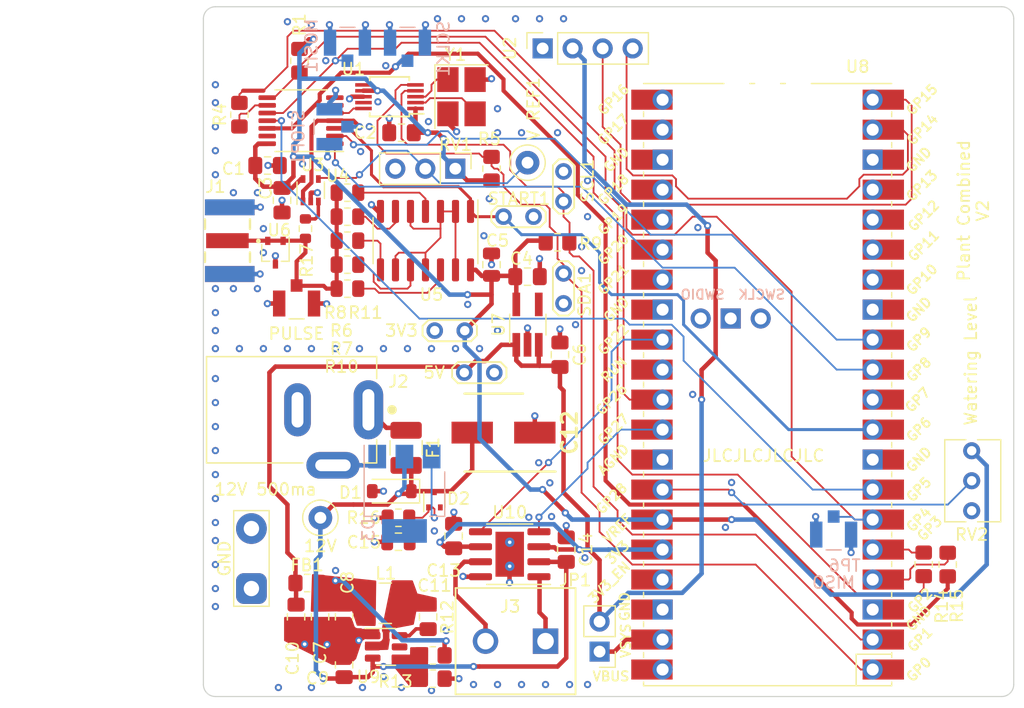
<source format=kicad_pcb>
(kicad_pcb (version 20221018) (generator pcbnew)
  (layers (0 "F.Cu" signal) (1 "In1.Cu" power) (2 "In2.Cu" power) (31 "B.Cu" signal) (34 "B.Paste" user) (35 "F.Paste" user) (36 "B.SilkS" user "B.Silkscreen") (37 "F.SilkS" user "F.Silkscreen") (38 "B.Mask" user) (39 "F.Mask" user) (44 "Edge.Cuts" user))
  (net 0 "")
  (net 1 "GND")
  (net 2 "+12P")
  (net 3 "+3.3V")
  (net 4 "+5V")
  (net 5 "Net-(U9-BST)")
  (net 6 "/AO1")
  (net 7 "/AO2")
  (net 8 "/tdr_sensor/PULSE")
  (net 9 "/5V_JUMP")
  (net 10 "SDA")
  (net 11 "SCL")
  (net 12 "Net-(U2-SCK)")
  (net 13 "MISO")
  (net 14 "INTB")
  (net 15 "Net-(U5-O1)")
  (net 16 "Net-(U5-O2)")
  (net 17 "Net-(U5-O3)")
  (net 18 "Net-(U5-O4)")
  (net 19 "Net-(U5-O5)")
  (net 20 "Net-(U2-SDA)")
  (net 21 "SCLK")
  (net 22 "Net-(U3-DOUT)")
  (net 23 "MOSI")
  (net 24 "/tdr_sensor/V ref")
  (net 25 "/tdr_sensor/CLK")
  (net 26 "START")
  (net 27 "/tdr_sensor/STOP")
  (net 28 "/AIN1")
  (net 29 "/AIN2")
  (net 30 "Net-(U8-GPIO2)")
  (net 31 "Net-(U8-GPIO3)")
  (net 32 "Net-(U8-GPIO28_ADC2)")
  (net 33 "EN")
  (net 34 "TRIG")
  (net 35 "Net-(U1-XA)")
  (net 36 "TDC CSB")
  (net 37 "Net-(U1-XB)")
  (net 38 "Net-(U5-I1)")
  (net 51 "+3.3VA")
  (net 52 "/5V_UNFILT")
  (net 53 "/VIN")
  (net 54 "/SW")
  (net 55 "/FB")
  (net 67 "Net-(D2-A)")
  (net 69 "Net-(U4-+)")
  (footprint "Connector_PinSocket_2.54mm:PinSocket_1x04_P2.54mm_Vertical" (layer "F.Cu") (at 65.288 68.555 90)
    (fp_text reference "U2")
    (fp_text value "OLED_DISP")
  )
  (footprint "Capacitor_SMD:C_0805_2012Metric_Pad1.18x1.45mm_HandSolder" (layer "F.Cu") (at 46.451298 116.701186 90)
    (fp_text reference "C7")
    (fp_text value "1uF")
  )
  (footprint "Resistor_SMD:R_0805_2012Metric_Pad1.20x1.40mm_HandSolder" (layer "F.Cu") (at 99.568 112.268 -90)
    (fp_text reference "R15")
    (fp_text value "82")
  )
  (footprint "Resistor_SMD:R_0805_2012Metric_Pad1.20x1.40mm_HandSolder" (layer "F.Cu") (at 45.36684 113.834708 180)
    (fp_text reference "FB1")
    (fp_text value "ACML-0805-601-T")
  )
  (footprint "Package_SO:SOIC-8-1EP_3.9x4.9mm_P1.27mm_EP2.41x3.81mm" (layer "F.Cu") (at 62.500946 111.39479 180)
    (fp_text reference "U10")
    (fp_text value "ZXBM5210-SP-13")
  )
  (footprint "Library:TestPoint_2Pads_Pitch2.54mm_Drill1mm" (layer "F.Cu") (at 67.056 81.514 90)
    (fp_text reference "SCL1")
    (fp_text value "TestPoint_2Pole")
  )
  (footprint "Library:SDCL1V4020" (layer "F.Cu") (at 53.506693 115.548752 180)
    (fp_text reference "L1")
    (fp_text value "4.7uH")
  )
  (footprint "Library:UUA1C101MCL1GS" (layer "F.Cu") (at 61.976 101.092 180)
    (fp_text reference "C12")
    (fp_text value "100uF" hide)
  )
  (footprint "MountingHole:MountingHole_3.2mm_M3" (layer "F.Cu") (at 40.132 68.58)
    (fp_text reference "REF**" hide)
    (fp_text value "MountingHole_3.2mm_M3" hide)
  )
  (footprint "Package_SO:MSOP-10_3x3mm_P0.5mm" (layer "F.Cu") (at 52.324 72.644 180)
    (fp_text reference "U1")
    (fp_text value "SI5351A-B-GT")
  )
  (footprint "Capacitor_SMD:C_0805_2012Metric_Pad1.18x1.45mm_HandSolder" (layer "F.Cu") (at 57.75521 109.855911 -90)
    (fp_text reference "C13")
    (fp_text value "1uF")
  )
  (footprint "Resistor_SMD:R_0805_2012Metric_Pad1.20x1.40mm_HandSolder" (layer "F.Cu") (at 39.624 74.168 90)
    (fp_text reference "R4")
    (fp_text value "82")
  )
  (footprint "Package_TO_SOT_SMD:SOT-323_SC-70" (layer "F.Cu") (at 42.672 85.852 -90)
    (fp_text reference "U6")
    (fp_text value "ESD7002")
  )
  (footprint "MountingHole:MountingHole_3.2mm_M3" (layer "F.Cu") (at 101.6 119.888)
    (fp_text reference "REF**" hide)
    (fp_text value "MountingHole_3.2mm_M3" hide)
  )
  (footprint "Library:CONN 1x2 5mm" (layer "F.Cu") (at 60.202 118.756201 180)
    (fp_text reference "J3")
    (fp_text value "Conn_01x02" hide)
  )
  (footprint "TestPoint:TestPoint_Loop_D1.80mm_Drill1.0mm_Beaded" (layer "F.Cu") (at 46.477 108.306)
    (fp_text reference "TP5" hide)
    (fp_text value "TestPoint")
  )
  (footprint "Capacitor_SMD:C_0805_2012Metric" (layer "F.Cu") (at 60.96 86.868 90)
    (fp_text reference "C5")
    (fp_text value "1uF")
  )
  (footprint "Resistor_SMD:R_0805_2012Metric_Pad1.20x1.40mm_HandSolder" (layer "F.Cu") (at 55.990597 119.961723 180)
    (fp_text reference "R12")
    (fp_text value "52K3")
  )
  (footprint "TestPoint:TestPoint_2Pads_Pitch5.08mm_Drill1.3mm" (layer "F.Cu") (at 40.64 114.3 90)
    (fp_text reference "TP4" hide)
    (fp_text value "TestPoint_2Pole")
  )
  (footprint "Library:TestPoint_2Pads_Pitch2.54mm_Drill1mm" (layer "F.Cu") (at 56.154 92.456)
    (fp_text reference "TP2" hide)
    (fp_text value "TestPoint_2Pole")
  )
  (footprint "Resistor_SMD:R_0805_2012Metric" (layer "F.Cu") (at 48.768 80.772 180)
    (fp_text reference "R8")
    (fp_text value "249")
  )
  (footprint "Fuse:Fuse_1210_3225Metric_Pad1.42x2.65mm_HandSolder" (layer "F.Cu") (at 53.732809 102.383417 -90)
    (fp_text reference "F1")
    (fp_text value "500ma")
  )
  (footprint "Resistor_SMD:R_0805_2012Metric_Pad1.20x1.40mm_HandSolder" (layer "F.Cu") (at 66.545374 84.974524)
    (fp_text reference "R9")
    (fp_text value "4K7")
  )
  (footprint "Package_TO_SOT_SMD:TSOT-23-5_HandSoldering" (layer "F.Cu") (at 64.008 91.948 90)
    (fp_text reference "U7")
    (fp_text value "NCV8163ASN330T1G")
  )
  (footprint "Capacitor_SMD:C_0805_2012Metric" (layer "F.Cu") (at 53.081 110.338 180)
    (fp_text reference "C15")
    (fp_text value "10nf")
  )
  (footprint "Package_TO_SOT_SMD:SOT-523" (layer "F.Cu") (at 56.129 106.782 90)
    (fp_text reference "D2")
    (fp_text value "BZX84Cxx")
  )
  (footprint "Resistor_SMD:R_0603_1608Metric" (layer "F.Cu") (at 45.212 83.82 -90)
    (fp_text reference "R17")
    (fp_text value "22")
  )
  (footprint "Resistor_SMD:R_0805_2012Metric" (layer "F.Cu") (at 48.768 82.804 180)
    (fp_text reference "R6")
    (fp_text value "249")
  )
  (footprint "Resistor_SMD:R_0805_2012Metric_Pad1.20x1.40mm_HandSolder" (layer "F.Cu") (at 97.536 112.252 -90)
    (fp_text reference "R14")
    (fp_text value "82")
  )
  (footprint "TestPoint:TestPoint_Loop_D1.80mm_Drill1.0mm_Beaded" (layer "F.Cu") (at 64.008 78.232)
    (fp_text reference "V REF1")
    (fp_text value "TestPoint")
  )
  (footprint "Connector_PinHeader_2.54mm:PinHeader_1x02_P2.54mm_Vertical" (layer "F.Cu") (at 70.104 119.639 180)
    (fp_text reference "JP1")
    (fp_text value "Jumper_2_Bridged")
  )
  (footprint "Resistor_SMD:R_0805_2012Metric_Pad1.20x1.40mm_HandSolder" (layer "F.Cu") (at 44.704 69.596 90)
    (fp_text reference "R1")
    (fp_text value "10K")
  )
  (footprint "Connector_PinHeader_2.54mm:PinHeader_1x03_P2.54mm_Vertical" (layer "F.Cu") (at 57.897 78.74 -90)
    (fp_text reference "RV1")
    (fp_text value "10K")
  )
  (footprint "Capacitor_SMD:C_0805_2012Metric_Pad1.18x1.45mm_HandSolder" (layer "F.Cu") (at 55.595298 116.701186 -90)
    (fp_text reference "C11")
    (fp_text value "100nF")
  )
  (footprint "Capacitor_SMD:C_0805_2012Metric_Pad1.18x1.45mm_HandSolder" (layer "F.Cu") (at 53.34 75.692)
    (fp_text reference "C2")
    (fp_text value "1uF")
  )
  (footprint "Library:TestPoint_2Pads_Pitch2.54mm_Drill1mm" (layer "F.Cu") (at 61.194 96.012 180)
    (fp_text reference "TP3" hide)
    (fp_text value "TestPoint")
  )
  (footprint "Diode_SMD:D_SOD-123" (layer "F.Cu") (at 52.516554 106.053618 180)
    (fp_text reference "D1")
    (fp_text value "TV02W480-G")
  )
  (footprint "Capacitor_SMD:C_0805_2012Metric_Pad1.18x1.45mm_HandSolder" (layer "F.Cu") (at 48.483298 116.701186 90)
    (fp_text reference "C8")
    (fp_text value "22uF")
  )
  (footprint "Capacitor_SMD:C_0805_2012Metric_Pad1.18x1.45mm_HandSolder" (layer "F.Cu") (at 66.752267 94.49861 -90)
    (fp_text reference "C6")
    (fp_text value "10uF")
  )
  (footprint "Resistor_SMD:R_0805_2012Metric" (layer "F.Cu") (at 48.768 84.836 180)
    (fp_text reference "R7")
    (fp_text value "249")
  )
  (footprint "Capacitor_SMD:C_0805_2012Metric_Pad1.18x1.45mm_HandSolder" (layer "F.Cu") (at 48.483298 120.765186 -90)
    (fp_text reference "C9")
    (fp_text value "10uF")
  )
  (footprint "Capacitor_SMD:C_0805_2012Metric_Pad1.18x1.45mm_HandSolder" (layer "F.Cu") (at 43.230013 81.41414 90)
    (fp_text reference "C3")
    (fp_text value "1uF")
  )
  (footprint "Capacitor_SMD:C_0805_2012Metric_Pad1.18x1.45mm_HandSolder" (layer "F.Cu") (at 44.419298 116.701186 90)
    (fp_text reference "C10")
    (fp_text value "1uF")
  )
  (footprint "Library:SAMTEC_SMA-J-P-H-ST-EM1" (layer "F.Cu") (at 38.608 84.836 -90)
    (fp_text reference "J1")
    (fp_text value "SMA-J-P-H-ST-EM1")
  )
  (footprint "Package_TO_SOT_SMD:SOT-23-6" (layer "F.Cu") (at 52.039298 119.241186)
    (fp_text reference "U9")
    (fp_text value "AP62200WU-7")
  )
  (footprint "Library:TestPoint_2Pads_Pitch2.54mm_Drill1mm" (layer "F.Cu") (at 61.976 82.804)
    (fp_text reference "START1")
    (fp_text value "TestPoint")
  )
  (footprint "Resistor_SMD:R_0805_2012Metric" (layer "F.Cu") (at 48.768 88.9 180)
    (fp_text reference "R11")
    (fp_text value "249")
  )
  (footprint "Capacitor_SMD:C_0805_2012Metric_Pad1.18x1.45mm_HandSolder" (layer "F.Cu") (at 42.006366 78.472962 180)
    (fp_text reference "C1")
    (fp_text value "1uF")
  )
  (footprint "Resistor_SMD:R_0805_2012Metric" (layer "F.Cu") (at 53.081 108.306)
    (fp_text reference "R16")
    (fp_text value "68")
  )
  (footprint "MountingHole:MountingHole_3.2mm_M3" (layer "F.Cu") (at 101.6 68.58)
    (fp_text reference "REF**" hide)
    (fp_text value "MountingHole_3.2mm_M3" hide)
  )
  (footprint "Package_SO:TSSOP-14_4.4x5mm_P0.65mm" (layer "F.Cu") (at 44.8385 74.676 180)
    (fp_text reference "U3")
    (fp_text value "TDC7200PWR")
  )
  (footprint "MountingHole:MountingHole_3.2mm_M3" (layer "F.Cu") (at 40.132 119.888)
    (fp_text reference "REF**" hide)
    (fp_text value "MountingHole_3.2mm_M3" hide)
  )
  (footprint "Capacitor_SMD:C_0805_2012Metric_Pad1.18x1.45mm_HandSolder" (layer "F.Cu") (at 67.284439 111.004342 -90)
    (fp_text reference "C14")
    (fp_text value "10uF")
  )
  (footprint "Resistor_SMD:R_0805_2012Metric_Pad1.20x1.40mm_HandSolder" (layer "F.Cu") (at 55.989982 121.931097)
    (fp_text reference "R13")
    (fp_text value "10K")
  )
  (footprint "Library:TestPoint_2Pads_Pitch2.54mm_Drill1mm" (layer "F.Cu") (at 67.056 90.15 90)
    (fp_text reference "SDA1")
    (fp_text value "TestPoint_2Pole")
  )
  (footprint "Resistor_SMD:R_0805_2012Metric" (layer "F.Cu") (at 48.768 86.868 180)
    (fp_text reference "R10")
    (fp_text value "249")
  )
  (footprint "Library:CUI_PJ-002AH" (layer "F.Cu") (at 50.541 99.162 180)
    (fp_text reference "J2")
    (fp_text value "PJ-002AH")
  )
  (footprint "RPi_Pico:RPi_PicoW_SMD_TH" (layer "F.Cu") (at 84.328 97.028 180)
    (fp_text reference "U8")
    (fp_text value "PicoW")
  )
  (footprint "Potentiometer_THT:Potentiometer_Bourns_3266Y_Vertical" (layer "F.Cu") (at 101.6 102.631 90)
    (fp_text reference "RV2")
    (fp_text value "R_Potentiometer")
  )
  (footprint "Library:HIROSE_U.FL-R-SMT-1(01)" (layer "F.Cu") (at 44.464057 90.159821 180)
    (fp_text reference "TP1" hide)
    (fp_text value "TestPoint")
  )
  (footprint "Crystal:Crystal_SMD_3225-4Pin_3.2x2.5mm_HandSoldering" (layer "F.Cu") (at 58.42 72.644 -90)
    (fp_text reference "Y1")
    (fp_text value "Crystal_GND24")
  )
  (footprint "Package_SO:SOIC-14_3.9x8.7mm_P1.27mm" (layer "F.Cu") (at 55.372 84.836 -90)
    (fp_text reference "U5")
    (fp_text value "74AC14SC")
  )
  (footprint "Capacitor_SMD:C_0805_2012Metric_Pad1.18x1.45mm_HandSolder" (layer "F.Cu") (at 64.008 87.884 180)
    (fp_text reference "C4")
    (fp_text value "1uF")
  )
  (footprint "Package_TO_SOT_SMD:SOT-353_SC-70-5" (layer "F.Cu") (at 45.657066 80.565981 90)
    (fp_text reference "U4")
    (fp_text value "LMV7219M7")
  )
  (footprint "Resistor_SMD:R_0805_2012Metric_Pad1.20x1.40mm_HandSolder" (layer "F.Cu") (at 60.96 78.74 90)
    (fp_text reference "R5")
    (fp_text value "4K7")
  )
  (footprint "Library:HIROSE_U.FL-R-SMT-1(01)" (layer "B.Cu") (at 89.916 109.728)
    (fp_text reference "TP6")
    (fp_text value "TestPoint")
  )
  (footprint "Library:HIROSE_U.FL-R-SMT-1(01)" (layer "B.Cu") (at 53.848 68.072 180)
    (fp_text reference "SCLK1")
    (fp_text value "TestPoint")
  )
  (footprint "Library:HIROSE_U.FL-R-SMT-1(01)" (layer "B.Cu") (at 47.244 75.184 -90)
    (fp_text reference "STOP1")
    (fp_text value "TestPoint")
  )
  (footprint "Library:HIROSE_U.FL-R-SMT-1(01)" (layer "B.Cu") (at 48.768 68.072 180)
    (fp_text reference "MOSI1")
    (fp_text value "TestPoint")
  )
  (footprint "Package_TO_SOT_SMD:SOT-223" (layer "B.Cu") (at 53.589 106.274 -90)
    (fp_text reference "D3")
    (fp_text value "BT168GW")
  )
  (gr_arc (start 36.576 66.04) (mid 36.87358 65.32158) (end 37.592 65.024) (stroke (width 0.1)) (layer "Edge.Cuts"))
  (gr_line (start 37.592 123.444) (end 104.14 123.444) (stroke (width 0.1)) (layer "Edge.Cuts"))
  (gr_arc (start 104.14 65.024) (mid 104.85842 65.32158) (end 105.156 66.04) (stroke (width 0.1)) (layer "Edge.Cuts"))
  (gr_line (start 104.14 65.024) (end 37.592 65.024) (stroke (width 0.1)) (layer "Edge.Cuts"))
  (gr_arc (start 37.592 123.444) (mid 36.87358 123.14642) (end 36.576 122.428) (stroke (width 0.1)) (layer "Edge.Cuts"))
  (gr_line (start 105.156 122.428) (end 105.156 66.04) (stroke (width 0.1)) (layer "Edge.Cuts"))
  (gr_line (start 36.576 66.04) (end 36.576 122.428) (stroke (width 0.1)) (layer "Edge.Cuts"))
  (gr_arc (start 105.156 122.428) (mid 104.85842 123.14642) (end 104.14 123.444) (stroke (width 0.1)) (layer "Edge.Cuts"))
  (gr_text "Watering Level" (at 102.108 100.584 90) (layer "F.SilkS") (effects (font (size 1 1)) (justify left bottom)))
  (gr_text "12V 500ma" (at 37.424417 106.481351) (layer "F.SilkS") (effects (font (size 1 1)) (justify left bottom)))
  (gr_text "JLCJLCJLCJLC" (at 78.74 103.632) (layer "F.SilkS") (effects (font (size 1 1)) (justify left bottom)))
  (gr_text "Plant Combined\nV2" (at 103.124 82.296 90) (layer "F.SilkS") (effects (font (size 1 1)) (justify bottom)))
  (segment (start 46.974005 90.159821) (end 47.00422 90.190036) (width 0.381) (layer "F.Cu") (net 1))
  (segment (start 57.773765 108.6636) (end 57.760212 108.677153) (width 0.381) (layer "F.Cu") (net 1))
  (segment (start 52.3025 74.47712) (end 52.3025 75.692) (width 0.381) (layer "F.Cu") (net 1))
  (segment (start 45.657066 81.515981) (end 45.657066 80.809981) (width 0.381) (layer "F.Cu") (net 1))
  (segment (start 58.57303 113.29979) (end 60.025946 113.29979) (width 0.381) (layer "F.Cu") (net 1))
  (segment (start 51.562 82.361) (end 51.373 82.361) (width 0.381) (layer "F.Cu") (net 1))
  (segment (start 49.126161 72.644) (end 50.124 72.644) (width 0.381) (layer "F.Cu") (net 1))
  (segment (start 58.002228 75.601771) (end 57.27 74.869543) (width 0.381) (layer "F.Cu") (net 1))
  (segment (start 58.202507 121.931097) (end 56.989982 121.931097) (width 0.381) (layer "F.Cu") (net 1))
  (segment (start 62.484 113.792) (end 62.484 111.411736) (width 0.381) (layer "F.Cu") (net 1))
  (segment (start 41.380833 82.011) (end 41.393765 81.998068) (width 0.381) (layer "F.Cu") (net 1))
  (segment (start 52.1685 108.306) (end 51.049 108.306) (width 0.381) (layer "F.Cu") (net 1))
  (segment (start 57.27 74.869543) (end 57.27 74.094) (width 0.381) (layer "F.Cu") (net 1))
  (segment (start 45.657066 80.809981) (end 45.695047 80.772) (width 0.381) (layer "F.Cu") (net 1))
  (segment (start 66.751092 93.459935) (end 66.752267 93.46111) (width 0.381) (layer "F.Cu") (net 1))
  (segment (start 45.695047 80.772) (end 46.228 80.772) (width 0.381) (layer "F.Cu") (net 1))
  (segment (start 58.543823 113.270583) (end 58.57303 113.29979) (width 0.381) (layer "F.Cu") (net 1))
  (segment (start 42.04876 78.472962) (end 43.043866 78.472962) (width 0.381) (layer "F.Cu") (net 1))
  (segment (start 65.0455 86.3815) (end 65.024 86.36) (width 0.381) (layer "F.Cu") (net 1))
  (segment (start 60.96 85.918) (end 60.96 86.868) (width 0.381) (layer "F.Cu") (net 1))
  (segment (start 45.939057 90.159821) (end 46.974005 90.159821) (width 0.381) (layer "F.Cu") (net 1))
  (segment (start 60.96 71.12) (end 60.886 71.194) (width 0.381) (layer "F.Cu") (net 1))
  (segment (start 42.989057 90.159821) (end 42.000965 90.159821) (width 0.381) (layer "F.Cu") (net 1))
  (segment (start 66.751092 92.322485) (end 66.751092 93.459935) (width 0.381) (layer "F.Cu") (net 1))
  (segment (start 52.305685 74.473935) (end 52.3025 74.47712) (width 0.381) (layer "F.Cu") (net 1))
  (segment (start 47.765402 72.661598) (end 47.701 72.726) (width 0.381) (layer "F.Cu") (net 1))
  (segment (start 42.000965 90.159821) (end 41.992079 90.168707) (width 0.381) (layer "F.Cu") (net 1))
  (segment (start 38.808 82.011) (end 41.380833 82.011) (width 0.381) (layer "F.Cu") (net 1))
  (segment (start 42.672 86.852) (end 42.672 86.118357) (width 0.381) (layer "F.Cu") (net 1))
  (segment (start 51.373 82.361) (end 50.8 81.788) (width 0.381) (layer "F.Cu") (net 1))
  (segment (start 64.626 99.678) (end 64.626 101.092) (width 0.381) (layer "F.Cu") (net 1))
  (segment (start 42.040236 78.464438) (end 42.04876 78.472962) (width 0.381) (layer "F.Cu") (net 1))
  (segment (start 47.765402 72.103026) (end 47.765402 72.661598) (width 0.381) (layer "F.Cu") (net 1))
  (segment (start 65.0455 87.884) (end 65.0455 86.3815) (width 0.381) (layer "F.Cu") (net 1))
  (segment (start 48.943912 72.826249) (end 49.126161 72.644) (width 0.381) (layer "F.Cu") (net 1))
  (segment (start 41.371 87.661) (end 38.808 87.661) (width 0.381) (layer "F.Cu") (net 1))
  (segment (start 52.131 110.338) (end 51.049 110.338) (width 0.381) (layer "F.Cu") (net 1))
  (segment (start 57.773765 107.831592) (end 57.773765 108.6636) (width 0.381) (layer "F.Cu") (net 1))
  (segment (start 43.230013 82.45164) (end 43.230013 81.41414) (width 0.381) (layer "F.Cu") (net 1))
  (segment (start 64.008 93.658) (end 64.008 92.234046) (width 0.381) (layer "F.Cu") (net 1))
  (segment (start 62.484 111.411736) (end 62.500946 111.39479) (width 0.381) (layer "F.Cu") (net 1))
  (segment (start 60.886 71.194) (end 59.57 71.194) (width 0.381) (layer "F.Cu") (net 1))
  (segment (start 50.866554 106.053618) (end 51.816 106.053618) (width 0.381) (layer "F.Cu") (net 1))
  (segment (start 67.284439 108.966584) (end 67.284439 109.966842) (width 0.381) (layer "F.Cu") (net 1))
  (via (at 41.656 85.852) (size 0.6096) (drill 0.3048) (layers "F.Cu" "B.Cu") (net 1))
  (via (at 37.592 92.456) (size 0.6096) (drill 0.3048) (layers "F.Cu" "B.Cu") (net 1))
  (via (at 58.947221 90.234529) (size 0.6096) (drill 0.3048) (layers "F.Cu" "B.Cu") (net 1))
  (via (at 60.452 66.04) (size 0.6096) (drill 0.3048) (layers "F.Cu" "B.Cu") (net 1))
  (via (at 65.532 122.428) (size 0.6096) (drill 0.3048) (layers "F.Cu" "B.Cu") (net 1))
  (via (at 43.688 93.98) (size 0.6096) (drill 0.3048) (layers "F.Cu" "B.Cu") (net 1))
  (via (at 60.96 71.12) (size 0.6096) (drill 0.3048) (layers "F.Cu" "B.Cu") (net 1))
  (via (at 37.592 102.616) (size 0.6096) (drill 0.3048) (layers "F.Cu" "B.Cu") (net 1))
  (via (at 48.943912 72.826249) (size 0.6096) (drill 0.3048) (layers "F.Cu" "B.Cu") (net 1))
  (via (at 61.468 73.66) (size 0.6096) (drill 0.3048) (layers "F.Cu" "B.Cu") (net 1))
  (via (at 60.317449 84.421362) (size 0.6096) (drill 0.3048) (layers "F.Cu" "B.Cu") (net 1))
  (via (at 43.688 66.294) (size 0.6096) (drill 0.3048) (layers "F.Cu" "B.Cu") (net 1))
  (via (at 45.143261 119.010543) (size 0.6096) (drill 0.3048) (layers "F.Cu" "B.Cu") (net 1))
  (via (at 77.984144 97.858138) (size 0.6096) (drill 0.3048) (layers "F.Cu" "B.Cu") (net 1))
  (via (at 37.592 114.3) (size 0.6096) (drill 0.3048) (layers "F.Cu" "B.Cu") (net 1))
  (via (at 37.592 90.932) (size 0.6096) (drill 0.3048) (layers "F.Cu" "B.Cu") (net 1))
  (via (at 45.72 66.548) (size 0.6096) (drill 0.3048) (layers "F.Cu" "B.Cu") (net 1))
  (via (at 61.468 122.428) (size 0.6096) (drill 0.3048) (layers "F.Cu" "B.Cu") (net 1))
  (via (at 37.592 79.248) (size 0.6096) (drill 0.3048) (layers "F.Cu" "B.Cu") (net 1))
  (via (at 51.345095 73.077964) (size 0.6096) (drill 0.3048) (layers "F.Cu" "B.Cu") (net 1))
  (via (at 63.5 75.692) (size 0.6096) (drill 0.3048) (layers "F.Cu" "B.Cu") (net 1))
  (via (at 37.592 96.52) (size 0.6096) (drill 0.3048) (layers "F.Cu" "B.Cu") (net 1))
  (via (at 42.926 122.682) (size 0.6096) (drill 0.3048) (layers "F.Cu" "B.Cu") (net 1))
  (via (at 47.244 66.548) (size 0.6096) (drill 0.3048) (layers "F.Cu" "B.Cu") (net 1))
  (via (at 57.912 93.98) (size 0.6096) (drill 0.3048) (layers "F.Cu" "B.Cu") (net 1))
  (via (at 91.391 111.252) (size 0.6096) (drill 0.3048) (layers "F.Cu" "B.Cu") (net 1))
  (via (at 49.879349 77.287671) (size 0.6096) (drill 0.3048) (layers "F.Cu" "B.Cu") (net 1))
  (via (at 59.944 93.98) (size 0.6096) (drill 0.3048) (layers "F.Cu" "B.Cu") (net 1))
  (via (at 47.752 93.98) (size 0.6096) (drill 0.3048) (layers "F.Cu" "B.Cu") (net 1))
  (via (at 61.468 92.456) (size 0.6096) (drill 0.3048) (layers "F.Cu" "B.Cu") (net 1))
  (via (at 41.992079 90.168707) (size 0.6096) (drill 0.3048) (layers "F.Cu" "B.Cu") (net 1))
  (via (at 56.388 66.04) (size 0.6096) (drill 0.3048) (layers "F.Cu" "B.Cu") (net 1))
  (via (at 50.618145 75.16979) (size 0.6096) (drill 0.3048) (layers "F.Cu" "B.Cu") (net 1))
  (via (at 44.961616 78.338881) (size 0.6096) (drill 0.3048) (layers "F.Cu" "B.Cu") (net 1))
  (via (at 62.484 113.792) (size 0.6096) (drill 0.3048) (layers "F.Cu" "B.Cu") (net 1))
  (via (at 64.626 99.678) (size 0.6096) (drill 0.3048) (layers "F.Cu" "B.Cu") (net 1))
  (via (at 37.592 108.712) (size 0.6096) (drill 0.3048) (layers "F.Cu" "B.Cu") (net 1))
  (via (at 66.04 108.204) (size 0.6096) (drill 0.3048) (layers "F.Cu" "B.Cu") (net 1))
  (via (at 88.392 108.204) (size 0.6096) (drill 0.3048) (layers "F.Cu" "B.Cu") (net 1))
  (via (at 51.828615 121.750229) (size 0.6096) (drill 0.3048) (layers "F.Cu" "B.Cu") (net 1))
  (via (at 58.42 66.04) (size 0.6096) (drill 0.3048) (layers "F.Cu" "B.Cu") (net 1))
  (via (at 58.002228 75.601771) (size 0.6096) (drill 0.3048) (layers "F.Cu" "B.Cu") (net 1))
  (via (at 68.58 85.344) (size 0.6096) (drill 0.3048) (layers "F.Cu" "B.Cu") (net 1))
  (via (at 56.124214 109.422549) (size 0.6096) (drill 0.3048) (layers "F.Cu" "B.Cu") (net 1))
  (via (at 68.58 87.376) (size 0.6096) (drill 0.3048) (layers "F.Cu" "B.Cu") (net 1))
  (via (at 52.305685 74.473935) (size 0.6096) (drill 0.3048) (layers "F.Cu" "B.Cu") (net 1))
  (via (at 41.656 93.98) (size 0.6096) (drill 0.3048) (layers "F.Cu" "B.Cu") (net 1))
  (via (at 55.624627 74.750141) (size 0.6096) (drill 0.3048) (layers "F.Cu" "B.Cu") (net 1))
  (via (at 41.148 88.9) (size 0.6096) (drill 0.3048) (layers "F.Cu" "B.Cu") (net 1))
  (via (at 37.592 75.184) (size 0.6096) (drill 0.3048) (layers "F.Cu" "B.Cu") (net 1))
  (via (at 52.324 66.548) (size 0.6096) (drill 0.3048) (layers "F.Cu" "B.Cu") (net 1))
  (via (at 37.592 112.268) (size 0.6096) (drill 0.3048) (layers "F.Cu" "B.Cu") (net 1))
  (via (at 37.592 88.9) (size 0.6096) (drill 0.3048) (layers "F.Cu" "B.Cu") (net 1))
  (via (at 37.592 110.236) (size 0.6096) (drill 0.3048) (layers "F.Cu" "B.Cu") (net 1))
  (via (at 50.8 81.788) (size 0.6096) (drill 0.3048) (layers "F.Cu" "B.Cu") (net 1))
  (via (at 67.056 66.04) (size 0.6096) (drill 0.3048) (layers "F.Cu" "B.Cu") (net 1))
  (via (at 37.592 106.68) (size 0.6096) (drill 0.3048) (layers "F.Cu" "B.Cu") (net 1))
  (via (at 49.730364 118.694181) (size 0.6096) (drill 0.3048) (layers "F.Cu" "B.Cu") (net 1))
  (via (at 60.770689 81.28) (size 0.6096) (drill 0.3048) (layers "F.Cu" "B.Cu") (net 1))
  (via (at 61.468 75.692) (size 0.6096) (drill 0.3048) (layers "F.Cu" "B.Cu") (net 1))
  (via (at 53.34 122.682) (size 0.6096) (drill 0.3048) (layers "F.Cu" "B.Cu") (net 1))
  (via (at 52.010698 70.016071) (size 0.6096) (drill 0.3048) (layers "F.Cu" "B.Cu") (net 1))
  (via (at 37.592 71.628) (size 0.6096) (drill 0.3048) (layers "F.Cu" "B.Cu") (net 1))
  (via (at 64.008 92.234046) (size 0.6096) (drill 0.3048) (layers "F.Cu" "B.Cu") (net 1))
  (via (at 39.116 88.9) (size 0.6096) (drill 0.3048) (layers "F.Cu" "B.Cu") (net 1))
  (via (at 58.202507 121.931097) (size 0.6096) (drill 0.3048) (layers "F.Cu" "B.Cu") (net 1))
  (via (at 37.592 73.152) (size 0.6096) (drill 0.3048) (layers "F.Cu" "B.Cu") (net 1))
  (via (at 37.592 98.552) (size 0.6096) (drill 0.3048) (layers "F.Cu" "B.Cu") (net 1))
  (via (at 67.284439 108.966584) (size 0.6096) (drill 0.3048) (layers "F.Cu" "B.Cu") (net 1))
  (via (at 67.564 122.428) (size 0.6096) (drill 0.3048) (layers "F.Cu" "B.Cu") (net 1))
  (via (at 37.592 93.98) (size 0.6096) (drill 0.3048) (layers "F.Cu" "B.Cu") (net 1))
  (via (at 80.758883 109.120742) (size 0.6096) (drill 0.3048) (layers "F.Cu" "B.Cu") (net 1))
  (via (at 51.049 110.338) (size 0.6096) (drill 0.3048) (layers "F.Cu" "B.Cu") (net 1))
  (via (at 51.816 106.053618) (size 0.6096) (drill 0.3048) (layers "F.Cu" "B.Cu") (net 1))
  (via (at 64.120016 108.260008) (size 0.6096) (drill 0.3048) (layers "F.Cu" "B.Cu") (net 1))
  (via (at 45.72 93.98) (size 0.6096) (drill 0.3048) (layers "F.Cu" "B.Cu") (net 1))
  (via (at 41.656 83.82) (size 0.6096) (drill 0.3048) (layers "F.Cu" "B.Cu") (net 1))
  (via (at 47.00422 90.190036) (size 0.6096) (drill 0.3048) (layers "F.Cu" "B.Cu") (net 1))
  (via (at 53.848 93.98) (size 0.6096) (drill 0.3048) (layers "F.Cu" "B.Cu") (net 1))
  (via (at 47.084083 77.748626) (size 0.6096) (drill 0.3048) (layers "F.Cu" "B.Cu") (net 1))
  (via (at 69.088 122.428) (size 0.6096) (drill 0.3048) (layers "F.Cu" "B.Cu") (net 1))
  (via (at 66.548 75.692) (size 0.6096) (drill 0.3048) (layers "F.Cu" "B.Cu") (net 1))
  (via (at 47.76142 112.776) (size 0.6096) (drill 0.3048) (layers "F.Cu" "B.Cu") (net 1))
  (via (at 49.784 93.98) (size 0.6096) (drill 0.3048) (layers "F.Cu" "B.Cu") (net 1))
  (via (at 41.148 80.772) (size 0.6096) (drill 0.3048) (layers "F.Cu" "B.Cu") (net 1))
  (via (at 55.88 93.98) (size 0.6096) (drill 0.3048) (layers "F.Cu" "B.Cu") (net 1))
  (via (at 50.038 122.682) (size 0.6096) (drill 0.3048) (layers "F.Cu" "B.Cu") (net 1))
  (via (at 65.894726 105.347334) (size 0.6096) (drill 0.3048) (layers "F.Cu" "B.Cu") (net 1))
  (via (at 39.624 93.98) (size 0.6096) (drill 0.3048) (layers "F.Cu" "B.Cu") (net 1))
  (via (at 37.592 77.216) (size 0.6096) (drill 0.3048) (layers "F.Cu" "B.Cu") (net 1))
  (via (at 51.049 108.306) (size 0.6096) (drill 0.3048) (layers "F.Cu" "B.Cu") (net 1))
  (via (at 42.672 86.118357) (size 0.6096) (drill 0.3048) (layers "F.Cu" "B.Cu") (net 1))
  (via (at 68.8591 111.698433) (size 0.6096) (drill 0.3048) (layers "F.Cu" "B.Cu") (net 1))
  (via (at 55.88 122.936) (size 0.6096) (drill 0.3048) (layers "F.Cu" "B.Cu") (net 1))
  (via (at 60.96 86.868) (size 0.6096) (drill 0.3048) (layers "F.Cu" "B.Cu") (net 1))
  (via (at 63.5 122.428) (size 0.6096) (drill 0.3048) (layers "F.Cu" "B.Cu") (net 1))
  (via (at 37.592 104.648) (size 0.6096) (drill 0.3048) (layers "F.Cu" "B.Cu") (net 1))
  (via (at 78.42842 83.727934) (size 0.6096) (drill 0.3048) (layers "F.Cu" "B.Cu") (net 1))
  (via (at 45.72 122.682) (size 0.6096) (drill 0.3048) (layers "F.Cu" "B.Cu") (net 1))
  (via (at 37.592 115.824) (size 0.6096) (drill 0.3048) (layers "F.Cu" "B.Cu") (net 1))
  (via (at 46.228 80.772) (size 0.6096) (drill 0.3048) (layers "F.Cu" "B.Cu") (net 1))
  (via (at 39.116 80.772) (size 0.6096) (drill 0.3048) (layers "F.Cu" "B.Cu") (net 1))
  (via (at 43.230013 81.41414) (size 0.6096) (drill 0.3048) (layers "F.Cu" "B.Cu") (net 1))
  (via (at 57.773765 107.831592) (size 0.6096) (drill 0.3048) (layers "F.Cu" "B.Cu") (net 1))
  (via (at 41.371 87.661) (size 0.6096) (drill 0.3048) (layers "F.Cu" "B.Cu") (net 1))
  (via (at 81.277789 105.317374) (size 0.6096) (drill 0.3048) (layers "F.Cu" "B.Cu") (net 1))
  (via (at 41.393765 81.998068) (size 0.6096) (drill 0.3048) (layers "F.Cu" "B.Cu") (net 1))
  (via (at 69.088 82.804) (size 0.6096) (drill 0.3048) (layers "F.Cu" "B.Cu") (net 1))
  (via (at 65.024 86.36) (size 0.6096) (drill 0.3048) (layers "F.Cu" "B.Cu") (net 1))
  (via (at 62.992 66.04) (size 0.6096) (drill 0.3048) (layers "F.Cu" "B.Cu") (net 1))
  (via (at 51.816 93.98) (size 0.6096) (drill 0.3048) (layers "F.Cu" "B.Cu") (net 1))
  (via (at 42.040236 78.464438) (size 0.6096) (drill 0.3048) (layers "F.Cu" "B.Cu") (net 1))
  (via (at 59.436 122.428) (size 0.6096) (drill 0.3048) (layers "F.Cu" "B.Cu") (net 1))
  (via (at 69.088 79.756) (size 0.6096) (drill 0.3048) (layers "F.Cu" "B.Cu") (net 1))
  (via (at 66.751092 92.322485) (size 0.6096) (drill 0.3048) (layers "F.Cu" "B.Cu") (net 1))
  (via (at 58.543823 113.270583) (size 0.6096) (drill 0.3048) (layers "F.Cu" "B.Cu") (net 1))
  (via (at 68.072 91.948) (size 0.6096) (drill 0.3048) (layers "F.Cu" "B.Cu") (net 1))
  (via (at 65.024 66.04) (size 0.6096) (drill 0.3048) (layers "F.Cu" "B.Cu") (net 1))
  (via (at 64.956243 103.643096) (size 0.6096) (drill 0.3048) (layers "F.Cu" "B.Cu") (net 1))
  (via (at 50.292 66.548) (size 0.6096) (drill 0.3048) (layers "F.Cu" "B.Cu") (net 1))
  (via (at 43.954356 74.168) (size 0.6096) (drill 0.3048) (layers "F.Cu" "B.Cu") (net 1))
  (via (at 37.592 100.584) (size 0.6096) (drill 0.3048) (layers "F.Cu" "B.Cu") (net 1))
  (via (at 47.765402 72.103026) (size 0.6096) (drill 0.3048) (layers "F.Cu" "B.Cu") (net 1))
  (via (at 57.119298 117.856) (size 0.6096) (drill 0.3048) (layers "F.Cu" "B.Cu") (net 1))
  (via (at 47.039306 119.035289) (size 0.6096) (drill 0.3048) (layers "F.Cu" "B.Cu") (net 1))
  (via (at 46.933851 69.592315) (size 0.6096) (drill 0.3048) (layers "F.Cu" "B.Cu") (net 1))
  (via (at 55.372 66.548) (size 0.6096) (drill 0.3048) (layers "F.Cu" "B.Cu") (net 1))
  (segment (start 50.292 66.548) (end 50.243 66.597) (width 0.381) (layer "B.Cu") (net 1))
  (segment (start 47.293 66.597) (end 47.293 68.072) (width 0.381) (layer "B.Cu") (net 1))
  (segment (start 47.765402 72.103026) (end 47.765402 72.630598) (width 0.381) (layer "B.Cu") (net 1))
  (segment (start 51.289 103.124) (end 50.551 103.862) (width 0.381) (layer "B.Cu") (net 1))
  (segment (start 50.243 66.597) (end 50.243 68.072) (width 0.381) (layer "B.Cu") (net 1))
  (segment (start 55.348 66.572) (end 55.372 66.548) (width 0.381) (layer "B.Cu") (net 1))
  (segment (start 52.373 68.072) (end 52.373 66.597) (width 0.381) (layer "B.Cu") (net 1))
  (segment (start 55.323 66.597) (end 55.372 66.548) (width 0.381) (layer "B.Cu") (net 1))
  (segment (start 91.391 111.252) (end 91.391 109.728) (width 0.381) (layer "B.Cu") (net 1))
  (segment (start 88.441 109.728) (end 88.441 108.253) (width 0.381) (layer "B.Cu") (net 1))
  (segment (start 47.244 73.152) (end 47.244 73.709) (width 0.381) (layer "B.Cu") (net 1))
  (segment (start 52.373 66.597) (end 52.324 66.548) (width 0.381) (layer "B.Cu") (net 1))
  (segment (start 50.551 103.862) (end 47.541 103.862) (width 0.381) (layer "B.Cu") (net 1))
  (segment (start 47.084083 77.748626) (end 47.084083 76.818917) (width 0.381) (layer "B.Cu") (net 1))
  (segment (start 47.244 66.548) (end 47.293 66.597) (width 0.381) (layer "B.Cu") (net 1))
  (segment (start 47.084083 76.818917) (end 47.244 76.659) (width 0.381) (layer "B.Cu") (net 1))
  (segment (start 41.393765 81.998068) (end 38.820932 81.998068) (width 0.381) (layer "B.Cu") (net 1))
  (segment (start 41.371 87.661) (end 38.808 87.661) (width 0.381) (layer "B.Cu") (net 1))
  (segment (start 88.441 108.253) (end 88.392 108.204) (width 0.381) (layer "B.Cu") (net 1))
  (segment (start 50.268 66.572) (end 50.292 66.548) (width 0.381) (layer "B.Cu") (net 1))
  (segment (start 38.820932 81.998068) (end 38.808 82.011) (width 0.381) (layer "B.Cu") (net 1))
  (segment (start 47.765402 72.630598) (end 47.244 73.152) (width 0.381) (layer "B.Cu") (net 1))
  (segment (start 55.323 68.072) (end 55.323 66.597) (width 0.381) (layer "B.Cu") (net 1))
  (segment (start 48.365984 121.92) (end 48.483298 121.802686) (width 0.381) (layer "F.Cu") (net 2))
  (segment (start 59.326 104.25) (end 59.326 101.092) (width 0.381) (layer "F.Cu") (net 2))
  (segment (start 51.816 120.904) (end 50.901798 120.904) (width 0.381) (layer "F.Cu") (net 2))
  (segment (start 57.522382 106.053618) (end 59.326 104.25) (width 0.381) (layer "F.Cu") (net 2))
  (segment (start 47.595 107.188) (end 46.477 108.306) (width 0.381) (layer "F.Cu") (net 2))
  (segment (start 53.081 106.274) (end 52.167 107.188) (width 0.381) (layer "F.Cu") (net 2))
  (segment (start 50.901798 121.394686) (end 50.901798 120.904) (width 0.381) (layer "F.Cu") (net 2))
  (segment (start 50.901798 120.904) (end 50.901798 120.191186) (width 0.381) (layer "F.Cu") (net 2))
  (segment (start 50.515298 121.781186) (end 50.901798 121.394686) (width 0.381) (layer "F.Cu") (net 2))
  (segment (start 53.081 106.274) (end 53.946172 106.274) (width 0.381) (layer "F.Cu") (net 2))
  (segment (start 67.284439 120.167561) (end 66.548 120.904) (width 0.381) (layer "F.Cu") (net 2))
  (segment (start 67.284439 112.041842) (end 67.284439 120.167561) (width 0.381) (layer "F.Cu") (net 2))
  (segment (start 59.944 120.904) (end 59.436 120.904) (width 0.381) (layer "F.Cu") (net 2))
  (segment (start 49.784 121.802686) (end 50.493798 121.802686) (width 0.381) (layer "F.Cu") (net 2))
  (segment (start 54.166554 106.053618) (end 57.522382 106.053618) (width 0.381) (layer "F.Cu") (net 2))
  (segment (start 64.987998 112.041842) (end 64.975946 112.02979) (width 0.381) (layer "F.Cu") (net 2))
  (segment (start 53.946172 106.274) (end 54.166554 106.053618) (width 0.381) (layer "F.Cu") (net 2))
  (segment (start 46.736 121.92) (end 48.365984 121.92) (width 0.381) (layer "F.Cu") (net 2))
  (segment (start 52.167 107.188) (end 49.276 107.188) (width 0.381) (layer "F.Cu") (net 2))
  (segment (start 48.483298 121.802686) (end 49.784 121.802686) (width 0.381) (layer "F.Cu") (net 2))
  (segment (start 54.166554 104.304662) (end 53.732809 103.870917) (width 0.381) (layer "F.Cu") (net 2))
  (segment (start 54.166554 106.053618) (end 54.166554 104.304662) (width 0.381) (layer "F.Cu") (net 2))
  (segment (start 49.276 107.188) (end 47.595 107.188) (width 0.381) (layer "F.Cu") (net 2))
  (segment (start 66.548 120.904) (end 59.944 120.904) (width 0.381) (layer "F.Cu") (net 2))
  (segment (start 67.284439 112.041842) (end 64.987998 112.041842) (width 0.381) (layer "F.Cu") (net 2))
  (via (at 53.081 106.274) (size 0.6096) (drill 0.3048) (layers "F.Cu" "B.Cu") (net 2))
  (via (at 59.436 120.904) (size 0.6096) (drill 0.3048) (layers "F.Cu" "B.Cu") (net 2))
  (via (at 46.736 121.92) (size 0.6096) (drill 0.3048) (layers "F.Cu" "B.Cu") (net 2))
  (via (at 51.816 120.904) (size 0.6096) (drill 0.3048) (layers "F.Cu" "B.Cu") (net 2))
  (segment (start 59.436 120.904) (end 51.816 120.904) (width 0.381) (layer "B.Cu") (net 2))
  (segment (start 46.477 108.306) (end 46.477 111.511) (width 0.381) (layer "B.Cu") (net 2))
  (segment (start 46.477 111.511) (end 46.098912 111.889088) (width 0.381) (layer "B.Cu") (net 2))
  (segment (start 46.098912 111.889088) (end 46.098912 121.282912) (width 0.381) (layer "B.Cu") (net 2))
  (segment (start 46.098912 121.282912) (end 46.736 121.92) (width 0.381) (layer "B.Cu") (net 2))
  (segment (start 53.589 105.766) (end 53.081 106.274) (width 0.381) (layer "B.Cu") (net 2))
  (segment (start 53.589 103.124) (end 53.589 105.766) (width 0.381) (layer "B.Cu") (net 2))
  (segment (start 65.021722 110.805566) (end 64.975946 110.75979) (width 0.381) (layer "F.Cu") (net 3))
  (segment (start 66.283576 110.805566) (end 65.021722 110.805566) (width 0.381) (layer "F.Cu") (net 3))
  (segment (start 68.381421 110.990265) (end 68.397603 111.006447) (width 0.381) (layer "F.Cu") (net 3))
  (segment (start 56.967309 110.752153) (end 56.593946 110.37879) (width 0.381) (layer "F.Cu") (net 3))
  (segment (start 57.760212 110.752153) (end 56.967309 110.752153) (width 0.381) (layer "F.Cu") (net 3))
  (segment (start 66.283576 110.805566) (end 66.468275 110.990265) (width 0.381) (layer "F.Cu") (net 3))
  (segment (start 60.018309 110.752153) (end 60.025946 110.75979) (width 0.381) (layer "F.Cu") (net 3))
  (segment (start 57.760212 110.752153) (end 60.018309 110.752153) (width 0.381) (layer "F.Cu") (net 3))
  (segment (start 66.468275 110.990265) (end 68.381421 110.990265) (width 0.381) (layer "F.Cu") (net 3))
  (via (at 68.397603 111.006447) (size 0.6096) (drill 0.3048) (layers "F.Cu" "B.Cu") (net 3))
  (via (at 56.593946 110.37879) (size 0.6096) (drill 0.3048) (layers "F.Cu" "B.Cu") (net 3))
  (segment (start 70.856194 110.998) (end 75.438 110.998) (width 0.381) (layer "B.Cu") (net 3))
  (segment (start 68.397603 111.006447) (end 70.847747 111.006447) (width 0.381) (layer "B.Cu") (net 3))
  (segment (start 58.117946 108.85479) (end 66.245946 108.85479) (width 0.381) (layer "B.Cu") (net 3))
  (segment (start 70.847747 111.006447) (end 70.856194 110.998) (width 0.381) (layer "B.Cu") (net 3))
  (segment (start 56.593946 110.37879) (end 58.117946 108.85479) (width 0.381) (layer "B.Cu") (net 3))
  (segment (start 66.245946 108.85479) (end 68.397603 111.006447) (width 0.381) (layer "B.Cu") (net 3))
  (segment (start 42.164 96.012) (end 42.672 95.504) (width 0.381) (layer "F.Cu") (net 4))
  (segment (start 42.164 105.664) (end 42.164 96.012) (width 0.381) (layer "F.Cu") (net 4))
  (segment (start 67.056 106.172) (end 67.056 97.536) (width 0.381) (layer "F.Cu") (net 4))
  (segment (start 79.248 85.852) (end 79.248 83.566) (width 0.381) (layer "F.Cu") (net 4))
  (segment (start 67.056 97.536) (end 66.752267 97.232267) (width 0.381) (layer "F.Cu") (net 4))
  (segment (start 63.5 95.4255) (end 63.058 94.9835) (width 0.381) (layer "F.Cu") (net 4))
  (segment (start 63.058 94.9835) (end 63.058 93.658) (width 0.381) (layer "F.Cu") (net 4))
  (segment (start 43.688 107.188) (end 42.164 105.664) (width 0.381) (layer "F.Cu") (net 4))
  (segment (start 78.74 98.298) (end 78.74 95.7852) (width 0.381) (layer "F.Cu") (net 4))
  (segment (start 44.36684 111.93084) (end 43.688 111.252) (width 0.381) (layer "F.Cu") (net 4))
  (segment (start 59.6334 95.0326) (end 60.4154 95.0326) (width 0.381) (layer "F.Cu") (net 4))
  (segment (start 79.928554 94.596646) (end 79.928554 86.532554) (width 0.381) (layer "F.Cu") (net 4))
  (segment (start 66.641657 95.4255) (end 66.752267 95.53611) (width 0.381) (layer "F.Cu") (net 4))
  (segment (start 66.752267 97.232267) (end 66.752267 95.53611) (width 0.381) (layer "F.Cu") (net 4))
  (segment (start 44.36684 113.834708) (end 44.36684 111.93084) (width 0.381) (layer "F.Cu") (net 4))
  (segment (start 79.928554 86.532554) (end 79.248 85.852) (width 0.381) (layer "F.Cu") (net 4))
  (segment (start 65.024 95.4255) (end 66.641657 95.4255) (width 0.381) (layer "F.Cu") (net 4))
  (segment (start 70.104 117.099) (end 70.104 111.894547) (width 0.381) (layer "F.Cu") (net 4))
  (segment (start 65.024 95.4255) (end 63.5 95.4255) (width 0.381) (layer "F.Cu") (net 4))
  (segment (start 42.672 95.504) (end 58.146 95.504) (width 0.381) (layer "F.Cu") (net 4))
  (segment (start 58.146 95.504) (end 58.654 96.012) (width 0.381) (layer "F.Cu") (net 4))
  (segment (start 69.088 108.204) (end 67.056 106.172) (width 0.381) (layer "F.Cu") (net 4))
  (segment (start 78.74 95.7852) (end 79.928554 94.596646) (width 0.381) (layer "F.Cu") (net 4))
  (segment (start 61.79 93.658) (end 63.058 93.658) (width 0.381) (layer "F.Cu") (net 4))
  (segment (start 70.104 111.894547) (end 69.088 110.878547) (width 0.381) (layer "F.Cu") (net 4))
  (segment (start 69.088 110.878547) (end 69.088 108.204) (width 0.381) (layer "F.Cu") (net 4))
  (segment (start 43.688 111.252) (end 43.688 107.188) (width 0.381) (layer "F.Cu") (net 4))
  (segment (start 64.958 95.3595) (end 64.958 93.658) (width 0.381) (layer "F.Cu") (net 4))
  (segment (start 65.024 95.4255) (end 64.958 95.3595) (width 0.381) (layer "F.Cu") (net 4))
  (segment (start 60.4154 95.0326) (end 61.79 93.658) (width 0.381) (layer "F.Cu") (net 4))
  (segment (start 58.654 96.012) (end 59.6334 95.0326) (width 0.381) (layer "F.Cu") (net 4))
  (segment (start 44.419298 115.663686) (end 44.419298 113.685186) (width 0.381) (layer "F.Cu") (net 4))
  (via (at 79.248 83.566) (size 0.6096) (drill 0.3048) (layers "F.Cu" "B.Cu") (net 4))
  (via (at 78.74 98.298) (size 0.6096) (drill 0.3048) (layers "F.Cu" "B.Cu") (net 4))
  (segment (start 79.248 83.566) (end 77.47 81.788) (width 0.381) (layer "B.Cu") (net 4))
  (segment (start 72.5356 114.6674) (end 70.104 117.099) (width 0.381) (layer "B.Cu") (net 4))
  (segment (start 78.74 98.298) (end 78.74 113.03) (width 0.381) (layer "B.Cu") (net 4))
  (segment (start 68.834 78.236206) (end 68.834 69.561) (width 0.381) (layer "B.Cu") (net 4))
  (segment (start 78.74 113.03) (end 77.1026 114.6674) (width 0.381) (layer "B.Cu") (net 4))
  (segment (start 68.834 69.561) (end 67.828 68.555) (width 0.381) (layer "B.Cu") (net 4))
  (segment (start 77.1026 114.6674) (end 72.5356 114.6674) (width 0.381) (layer "B.Cu") (net 4))
  (segment (start 72.385794 81.788) (end 68.834 78.236206) (width 0.381) (layer "B.Cu") (net 4))
  (segment (start 77.47 81.788) (end 72.385794 81.788) (width 0.381) (layer "B.Cu") (net 4))
  (segment (start 55.573798 117.717186) (end 55.595298 117.738686) (width 0.1524) (layer "F.Cu") (net 5))
  (segment (start 54.005298 118.291186) (end 54.579298 117.717186) (width 0.3048) (layer "F.Cu") (net 5))
  (segment (start 54.579298 117.717186) (end 55.573798 117.717186) (width 0.3048) (layer "F.Cu") (net 5))
  (segment (start 53.176798 118.291186) (end 54.005298 118.291186) (width 0.3048) (layer "F.Cu") (net 5))
  (segment (start 65.532 118.756201) (end 65.532 116.84) (width 0.381) (layer "F.Cu") (net 6))
  (segment (start 65.532 116.84) (end 65.024 116.332) (width 0.381) (layer "F.Cu") (net 6))
  (segment (start 65.024 113.347844) (end 64.975946 113.29979) (width 0.381) (layer "F.Cu") (net 6))
  (segment (start 65.024 116.332) (end 65.024 113.347844) (width 0.381) (layer "F.Cu") (net 6))
  (segment (start 58.65821 112.02979) (end 60.025946 112.02979) (width 0.381) (layer "F.Cu") (net 7))
  (segment (start 57.912 114.808) (end 57.912 112.776) (width 0.381) (layer "F.Cu") (net 7))
  (segment (start 60.452 117.348) (end 57.912 114.808) (width 0.381) (layer "F.Cu") (net 7))
  (segment (start 60.452 118.756201) (end 60.452 117.348) (width 0.381) (layer "F.Cu") (net 7))
  (segment (start 57.912 112.776) (end 58.65821 112.02979) (width 0.381) (layer "F.Cu") (net 7))
  (segment (start 46.99 88.9) (end 46.749821 88.659821) (width 0.34925) (layer "F.Cu") (net 8))
  (segment (start 44.464057 86.599943) (end 45.212 85.852) (width 0.34925) (layer "F.Cu") (net 8))
  (segment (start 44.464057 88.659821) (end 44.464057 86.599943) (width 0.34925) (layer "F.Cu") (net 8))
  (segment (start 47.8555 88.9) (end 46.99 88.9) (width 0.34925) (layer "F.Cu") (net 8))
  (segment (start 47.8555 80.772) (end 47.8555 88.9) (width 0.34925) (layer "F.Cu") (net 8))
  (segment (start 46.749821 88.659821) (end 44.464057 88.659821) (width 0.34925) (layer "F.Cu") (net 8))
  (segment (start 45.212 85.852) (end 45.212 84.645) (width 0.34925) (layer "F.Cu") (net 8))
  (segment (start 45.212 84.836) (end 38.608 84.836) (width 0.34925) (layer "F.Cu") (net 8))
  (segment (start 72.39 118.618) (end 75.438 118.618) (width 0.381) (layer "F.Cu") (net 9))
  (segment (start 71.369 119.639) (end 72.39 118.618) (width 0.381) (layer "F.Cu") (net 9))
  (segment (start 70.104 119.639) (end 71.369 119.639) (width 0.381) (layer "F.Cu") (net 9))
  (segment (start 68.58 106.172) (end 70.104 107.696) (width 0.1524) (layer "F.Cu") (net 10))
  (segment (start 61.976 79.248) (end 61.468 78.74) (width 0.1524) (layer "F.Cu") (net 10))
  (segment (start 67.056 86.868) (end 66.548 86.36) (width 0.1524) (layer "F.Cu") (net 10))
  (segment (start 65.88285 82.13885) (end 65.532 81.788) (width 0.1524) (layer "F.Cu") (net 10))
  (segment (start 68.58 89.134) (end 68.58 106.172) (width 0.1524) (layer "F.Cu") (net 10))
  (segment (start 52.832 72.110175) (end 53.298175 71.644) (width 0.1524) (layer "F.Cu") (net 10))
  (segment (start 66.548 86.36) (end 66.548 84.328) (width 0.1524) (layer "F.Cu") (net 10))
  (segment (start 65.532 81.788) (end 63.5 81.788) (width 0.1524) (layer "F.Cu") (net 10))
  (segment (start 59.914498 77.4604) (end 52.0604 77.4604) (width 0.1524) (layer "F.Cu") (net 10))
  (segment (start 61.976 80.264) (end 61.976 79.248) (width 0.1524) (layer "F.Cu") (net 10))
  (segment (start 51.308 74.676) (end 52.832 73.152) (width 0.1524) (layer "F.Cu") (net 10))
  (segment (start 67.056 87.61) (end 68.58 89.134) (width 0.1524) (layer "F.Cu") (net 10))
  (segment (start 61.1949 78.74) (end 60.96 78.5051) (width 0.1524) (layer "F.Cu") (net 10))
  (segment (start 70.104 109.4942) (end 72.8778 112.268) (width 0.1524) (layer "F.Cu") (net 10))
  (segment (start 60.96 78.5051) (end 60.96 77.74) (width 0.1524) (layer "F.Cu") (net 10))
  (segment (start 51.308 76.708) (end 51.308 74.676) (width 0.1524) (layer "F.Cu") (net 10))
  (segment (start 67.056 87.61) (end 67.056 86.868) (width 0.1524) (layer "F.Cu") (net 10))
  (segment (start 52.832 73.152) (end 52.832 72.110175) (width 0.1524) (layer "F.Cu") (net 10))
  (segment (start 60.96 77.74) (end 60.194098 77.74) (width 0.1524) (layer "F.Cu") (net 10))
  (segment (start 83.312 112.268) (end 92.202 121.158) (width 0.1524) (layer "F.Cu") (net 10))
  (segment (start 63.5 81.788) (end 61.976 80.264) (width 0.1524) (layer "F.Cu") (net 10))
  (segment (start 92.202 121.158) (end 93.218 121.158) (width 0.1524) (layer "F.Cu") (net 10))
  (segment (start 72.8778 112.268) (end 83.312 112.268) (width 0.1524) (layer "F.Cu") (net 10))
  (segment (start 60.194098 77.74) (end 59.914498 77.4604) (width 0.1524) (layer "F.Cu") (net 10))
  (segment (start 70.104 107.696) (end 70.104 109.4942) (width 0.1524) (layer "F.Cu") (net 10))
  (segment (start 65.88285 83.66285) (end 65.88285 82.13885) (width 0.1524) (layer "F.Cu") (net 10))
  (segment (start 53.298175 71.644) (end 54.524 71.644) (width 0.1524) (layer "F.Cu") (net 10))
  (segment (start 61.468 78.74) (end 61.1949 78.74) (width 0.1524) (layer "F.Cu") (net 10))
  (segment (start 66.548 84.328) (end 65.88285 83.66285) (width 0.1524) (layer "F.Cu") (net 10))
  (segment (start 52.0604 77.4604) (end 51.308 76.708) (width 0.1524) (layer "F.Cu") (net 10))
  (segment (start 67.056 81.514) (end 67.056 82.804) (width 0.1524) (layer "F.Cu") (net 11))
  (segment (start 69.596 105.664) (end 71.628 107.696) (width 0.1524) (layer "F.Cu") (net 11))
  (segment (start 53.34 76.2) (end 53.848 76.708) (width 0.1524) (layer "F.Cu") (net 11))
  (segment (start 67.056 80.772) (end 67.056 81.514) (width 0.1524) (layer "F.Cu") (net 11))
  (segment (start 83.312 109.728) (end 92.202 118.618) (width 0.1524) (layer "F.Cu") (net 11))
  (segment (start 53.34 72.4256) (end 53.34 76.2) (width 0.1524) (layer "F.Cu") (net 11))
  (segment (start 53.6216 72.144) (end 53.34 72.4256) (width 0.1524) (layer "F.Cu") (net 11))
  (segment (start 63.946149 80.264) (end 66.548 80.264) (width 0.1524) (layer "F.Cu") (net 11))
  (segment (start 62.54468 77.27668) (end 62.54468 78.862531) (width 0.1524) (layer "F.Cu") (net 11))
  (segment (start 67.885361 86.173361) (end 68.385361 86.173361) (width 0.1524) (layer "F.Cu") (net 11))
  (segment (start 72.8778 109.728) (end 83.312 109.728) (width 0.1524) (layer "F.Cu") (net 11))
  (segment (start 67.056 82.804) (end 67.564 83.312) (width 0.1524) (layer "F.Cu") (net 11))
  (segment (start 62.54468 78.862531) (end 63.946149 80.264) (width 0.1524) (layer "F.Cu") (net 11))
  (segment (start 71.628 107.696) (end 71.628 108.4782) (width 0.1524) (layer "F.Cu") (net 11))
  (segment (start 66.548 80.264) (end 67.056 80.772) (width 0.1524) (layer "F.Cu") (net 11))
  (segment (start 92.202 118.618) (end 93.218 118.618) (width 0.1524) (layer "F.Cu") (net 11))
  (segment (start 67.564 85.852) (end 67.885361 86.173361) (width 0.1524) (layer "F.Cu") (net 11))
  (segment (start 71.628 108.4782) (end 72.8778 109.728) (width 0.1524) (layer "F.Cu") (net 11))
  (segment (start 61.976 76.708) (end 62.54468 77.27668) (width 0.1524) (layer "F.Cu") (net 11))
  (segment (start 69.596 87.384) (end 69.596 105.664) (width 0.1524) (layer "F.Cu") (net 11))
  (segment (start 68.385361 86.173361) (end 69.596 87.384) (width 0.1524) (layer "F.Cu") (net 11))
  (segment (start 67.564 83.312) (end 67.564 85.852) (width 0.1524) (layer "F.Cu") (net 11))
  (segment (start 54.524 72.144) (end 53.6216 72.144) (width 0.1524) (layer "F.Cu") (net 11))
  (segment (start 53.848 76.708) (end 61.976 76.708) (width 0.1524) (layer "F.Cu") (net 11))
  (segment (start 96.012 72.898) (end 93.218 72.898) (width 0.1524) (layer "F.Cu") (net 12))
  (segment (start 70.368 75.194) (end 71.882 76.708) (width 0.1524) (layer "F.Cu") (net 12))
  (segment (start 72.898 81.788) (end 96.012 81.788) (width 0.1524) (layer "F.Cu") (net 12))
  (segment (start 71.882 80.772) (end 72.898 81.788) (width 0.1524) (layer "F.Cu") (net 12))
  (segment (start 96.52 73.406) (end 96.012 72.898) (width 0.1524) (layer "F.Cu") (net 12))
  (segment (start 71.882 76.708) (end 71.882 80.772) (width 0.1524) (layer "F.Cu") (net 12))
  (segment (start 96.012 81.788) (end 96.52 81.28) (width 0.1524) (layer "F.Cu") (net 12))
  (segment (start 70.368 68.555) (end 70.368 75.194) (width 0.1524) (layer "F.Cu") (net 12))
  (segment (start 96.52 81.28) (end 96.52 73.406) (width 0.1524) (layer "F.Cu") (net 12))
  (segment (start 71.374 77.216) (end 71.374 80.772) (width 0.1524) (layer "F.Cu") (net 13))
  (segment (start 86.36 89.154) (end 86.36 103.124) (width 0.1524) (layer "F.Cu") (net 13))
  (segment (start 39.937038 72.136) (end 41.656 72.136) (width 0.34925) (layer "F.Cu") (net 13))
  (segment (start 76.454 84.328) (end 77.978 82.804) (width 0.1524) (layer "F.Cu") (net 13))
  (segment (start 39.624 73.168) (end 39.624 72.449038) (width 0.1524) (layer "F.Cu") (net 13))
  (segment (start 72.3773 81.7753) (end 72.3773 83.8073) (width 0.1524) (layer "F.Cu") (net 13))
  (segment (start 39.624 72.449038) (end 39.937038 72.136) (width 0.1524) (layer "F.Cu") (net 13))
  (segment (start 86.36 103.124) (end 91.694 108.458) (width 0.1524) (layer "F.Cu") (net 13))
  (segment (start 77.978 82.804) (end 80.01 82.804) (width 0.1524) (layer "F.Cu") (net 13))
  (segment (start 61.214 67.056) (end 71.374 77.216) (width 0.1524) (layer "F.Cu") (net 13))
  (segment (start 44.196 67.056) (end 61.214 67.056) (width 0.1524) (layer "F.Cu") (net 13))
  (segment (start 72.3773 83.8073) (end 72.898 84.328) (width 0.1524) (layer "F.Cu") (net 13))
  (segment (start 80.01 82.804) (end 86.36 89.154) (width 0.1524) (layer "F.Cu") (net 13))
  (segment (start 91.694 108.458) (end 93.218 108.458) (width 0.1524) (layer "F.Cu") (net 13))
  (segment (start 43.688 67.564) (end 44.196 67.056) (width 0.1524) (layer "F.Cu") (net 13))
  (segment (start 43.688 70.104) (end 43.688 67.564) (width 0.1524) (layer "F.Cu") (net 13))
  (segment (start 41.656 72.136) (end 43.688 70.104) (width 0.1524) (layer "F.Cu") (net 13))
  (segment (start 72.898 84.328) (end 76.454 84.328) (width 0.1524) (layer "F.Cu") (net 13))
  (segment (start 71.374 80.772) (end 72.3773 81.7753) (width 0.1524) (layer "F.Cu") (net 13))
  (segment (start 91.694 108.458) (end 93.218 108.458) (width 0.1524) (layer "B.Cu") (net 13))
  (segment (start 91.464 108.228) (end 91.694 108.458) (width 0.1524) (layer "B.Cu") (net 13))
  (segment (start 89.916 108.228) (end 91.464 108.228) (width 0.1524) (layer "B.Cu") (net 13))
  (segment (start 44.704 70.596) (end 44.704 70.096) (width 0.1524) (layer "F.Cu") (net 14))
  (segment (start 44.704 70.096) (end 47.236 67.564) (width 0.1524) (layer "F.Cu") (net 14))
  (segment (start 70.612 80.688625) (end 72.136 82.212625) (width 0.1524) (layer "F.Cu") (net 14))
  (segment (start 72.136 82.212625) (end 72.136 97.79) (width 0.1524) (layer "F.Cu") (net 14))
  (segment (start 41.976 72.726) (end 42.574 72.726) (width 0.1524) (layer "F.Cu") (net 14))
  (segment (start 42.574 72.726) (end 44.704 70.596) (width 0.1524) (layer "F.Cu") (net 14))
  (segment (start 72.136 97.79) (end 72.644 98.298) (width 0.1524) (layer "F.Cu") (net 14))
  (segment (start 47.236 67.564) (end 60.452 67.564) (width 0.1524) (layer "F.Cu") (net 14))
  (segment (start 72.644 98.298) (end 75.438 98.298) (width 0.1524) (layer "F.Cu") (net 14))
  (segment (start 60.452 67.564) (end 70.612 77.724) (width 0.1524) (layer "F.Cu") (net 14))
  (segment (start 70.612 77.724) (end 70.612 80.688625) (width 0.1524) (layer "F.Cu") (net 14))
  (segment (start 49.6805 80.772) (end 54.864 80.772) (width 0.1524) (layer "F.Cu") (net 15))
  (segment (start 55.372 81.28) (end 55.372 82.361) (width 0.1524) (layer "F.Cu") (net 15))
  (segment (start 54.864 80.772) (end 55.372 81.28) (width 0.1524) (layer "F.Cu") (net 15))
  (segment (start 52.324 83.82) (end 52.832 83.312) (width 0.1524) (layer "F.Cu") (net 16))
  (segment (start 51.308 83.82) (end 52.324 83.82) (width 0.1524) (layer "F.Cu") (net 16))
  (segment (start 50.292 82.804) (end 51.308 83.82) (width 0.1524) (layer "F.Cu") (net 16))
  (segment (start 52.832 83.312) (end 52.832 82.361) (width 0.1524) (layer "F.Cu") (net 16))
  (segment (start 49.6805 82.804) (end 50.292 82.804) (width 0.1524) (layer "F.Cu") (net 16))
  (segment (start 51.308 84.836) (end 49.6805 84.836) (width 0.1524) (layer "F.Cu") (net 17))
  (segment (start 51.562 85.09) (end 51.308 84.836) (width 0.1524) (layer "F.Cu") (net 17))
  (segment (start 51.562 87.311) (end 51.562 85.09) (width 0.1524) (layer "F.Cu") (net 17))
  (segment (start 54.102 88.646) (end 54.102 87.311) (width 0.1524) (layer "F.Cu") (net 18))
  (segment (start 50.9858 88.312538) (end 51.573262 88.9) (width 0.1524) (layer "F.Cu") (net 18))
  (segment (start 49.6805 86.868) (end 50.292 86.868) (width 0.1524) (layer "F.Cu") (net 18))
  (segment (start 51.573262 88.9) (end 53.848 88.9) (width 0.1524) (layer "F.Cu") (net 18))
  (segment (start 53.848 88.9) (end 54.102 88.646) (width 0.1524) (layer "F.Cu") (net 18))
  (segment (start 50.292 86.868) (end 50.9858 87.5618) (width 0.1524) (layer "F.Cu") (net 18))
  (segment (start 50.9858 87.5618) (end 50.9858 88.312538) (width 0.1524) (layer "F.Cu") (net 18))
  (segment (start 51.074894 88.9) (end 51.427294 89.2524) (width 0.1524) (layer "F.Cu") (net 19))
  (segment (start 56.642 88.138) (end 56.642 87.311) (width 0.1524) (layer "F.Cu") (net 19))
  (segment (start 51.427294 89.2524) (end 55.5276 89.2524) (width 0.1524) (layer "F.Cu") (net 19))
  (segment (start 55.5276 89.2524) (end 56.642 88.138) (width 0.1524) (layer "F.Cu") (net 19))
  (segment (start 49.6805 88.9) (end 51.074894 88.9) (width 0.1524) (layer "F.Cu") (net 19))
  (segment (start 95.758 75.438) (end 96.200124 75.880124) (width 0.1524) (layer "F.Cu") (net 20))
  (segment (start 77.615336 81.28) (end 76.572601 80.237265) (width 0.1524) (layer "F.Cu") (net 20))
  (segment (start 72.39 78.7602) (end 72.39 69.073) (width 0.1524) (layer "F.Cu") (net 20))
  (segment (start 72.943013 79.313213) (end 72.39 78.7602) (width 0.1524) (layer "F.Cu") (net 20))
  (segment (start 95.758 79.248) (end 92.456 79.248) (width 0.1524) (layer "F.Cu") (net 20))
  (segment (start 93.218 75.438) (end 95.758 75.438) (width 0.1524) (layer "F.Cu") (net 20))
  (segment (start 92.456 79.248) (end 92.090658 79.613342) (width 0.1524) (layer "F.Cu") (net 20))
  (segment (start 92.090658 79.613342) (end 92.090658 80.229106) (width 0.1524) (layer "F.Cu") (net 20))
  (segment (start 76.263413 79.313213) (end 72.943013 79.313213) (width 0.1524) (layer "F.Cu") (net 20))
  (segment (start 91.039764 81.28) (end 77.615336 81.28) (width 0.1524) (layer "F.Cu") (net 20))
  (segment (start 96.200124 78.805876) (end 95.758 79.248) (width 0.1524) (layer "F.Cu") (net 20))
  (segment (start 92.090658 80.229106) (end 91.039764 81.28) (width 0.1524) (layer "F.Cu") (net 20))
  (segment (start 96.200124 75.880124) (end 96.200124 78.805876) (width 0.1524) (layer "F.Cu") (net 20))
  (segment (start 72.39 69.073) (end 72.908 68.555) (width 0.1524) (layer "F.Cu") (net 20))
  (segment (start 76.572601 79.622401) (end 76.263413 79.313213) (width 0.1524) (layer "F.Cu") (net 20))
  (segment (start 76.572601 80.237265) (end 76.572601 79.622401) (width 0.1524) (layer "F.Cu") (net 20))
  (segment (start 91.44 116.84) (end 91.948 117.348) (width 0.34925) (layer "F.Cu") (net 21))
  (segment (start 46.421933 72.417363) (end 46.421933 72.958067) (width 0.34925) (layer "F.Cu") (net 21))
  (segment (start 68.266639 80.966639) (end 70.612 83.312) (width 0.34925) (layer "F.Cu") (net 21))
  (segment (start 61.976 71.16995) (end 61.976 72.136) (width 0.34925) (layer "F.Cu") (net 21))
  (segment (start 53.935937 69.000063) (end 59.806113 69.000063) (width 0.34925) (layer "F.Cu") (net 21))
  (segment (start 52.832 70.104) (end 52.324 70.612) (width 0.34925) (layer "F.Cu") (net 21))
  (segment (start 44.054 75.326) (end 41.976 75.326) (width 0.34925) (layer "F.Cu") (net 21))
  (segment (start 91.948 117.348) (end 96.52 117.348) (width 0.34925) (layer "F.Cu") (net 21))
  (segment (start 52.832 70.104) (end 53.935937 69.000063) (width 0.34925) (layer "F.Cu") (net 21))
  (segment (start 61.976 72.136) (end 68.266639 78.426639) (width 0.34925) (layer "F.Cu") (net 21))
  (segment (start 91.44 116.332) (end 91.44 116.84) (width 0.34925) (layer "F.Cu") (net 21))
  (segment (start 99.568 114.3) (end 99.568 113.268) (width 0.34925) (layer "F.Cu") (net 21))
  (segment (start 48.227296 70.612) (end 46.421933 72.417363) (width 0.34925) (layer "F.Cu") (net 21))
  (segment (start 70.612 83.312) (end 70.612 105.156) (width 0.34925) (layer "F.Cu") (net 21))
  (segment (start 52.324 70.612) (end 48.227296 70.612) (width 0.34925) (layer "F.Cu") (net 21))
  (segment (start 70.612 105.156) (end 72.644 107.188) (width 0.34925) (layer "F.Cu") (net 21))
  (segment (start 68.266639 78.426639) (end 68.266639 80.966639) (width 0.34925) (layer "F.Cu") (net 21))
  (segment (start 72.644 107.188) (end 82.296 107.188) (width 0.34925) (layer "F.Cu") (net 21))
  (segment (start 46.421933 72.958067) (end 44.054 75.326) (width 0.34925) (layer "F.Cu") (net 21))
  (segment (start 96.52 117.348) (end 99.568 114.3) (width 0.34925) (layer "F.Cu") (net 21))
  (segment (start 59.806113 69.000063) (end 61.976 71.16995) (width 0.34925) (layer "F.Cu") (net 21))
  (segment (start 82.296 107.188) (end 91.44 116.332) (width 0.34925) (layer "F.Cu") (net 21))
  (via (at 52.832 70.104) (size 0.6096) (drill 0.3048) (layers "F.Cu" "B.Cu") (net 21))
  (segment (start 53.352 69.572) (end 53.848 69.572) (width 0.34925) (layer "B.Cu") (net 21))
  (segment (start 52.832 70.104) (end 52.832 70.092) (width 0.34925) (layer "B.Cu") (net 21))
  (segment (start 52.832 70.092) (end 53.352 69.572) (width 0.34925) (layer "B.Cu") (net 21))
  (segment (start 41.976 73.376) (end 40.951458 73.376) (width 0.1524) (layer "F.Cu") (net 22))
  (segment (start 40.247329 74.080129) (end 39.751688 74.080129) (width 0.1524) (layer "F.Cu") (net 22))
  (segment (start 39.624 74.207817) (end 39.624 75.168) (width 0.1524) (layer "F.Cu") (net 22))
  (segment (start 39.751688 74.080129) (end 39.624 74.207817) (width 0.1524) (layer "F.Cu") (net 22))
  (segment (start 40.951458 73.376) (end 40.247329 74.080129) (width 0.1524) (layer "F.Cu") (net 22))
  (segment (start 52.832 68.58) (end 53.34 68.072) (width 0.1524) (layer "F.Cu") (net 23))
  (segment (start 47.752 69.596) (end 48.768 68.58) (width 0.1524) (layer "F.Cu") (net 23))
  (segment (start 69.596 80.772) (end 71.628 82.804) (width 0.1524) (layer "F.Cu") (net 23))
  (segment (start 97.028 114.808) (end 97.536 114.3) (width 0.1524) (layer "F.Cu") (net 23))
  (segment (start 81.788 104.648) (end 91.948 114.808) (width 0.1524) (layer "F.Cu") (net 23))
  (segment (start 69.596 77.724) (end 69.596 80.772) (width 0.1524) (layer "F.Cu") (net 23))
  (segment (start 72.8778 104.648) (end 81.788 104.648) (width 0.1524) (layer "F.Cu") (net 23))
  (segment (start 48.768 68.58) (end 52.832 68.58) (width 0.1524) (layer "F.Cu") (net 23))
  (segment (start 91.948 114.808) (end 97.028 114.808) (width 0.1524) (layer "F.Cu") (net 23))
  (segment (start 43.322 74.026) (end 41.976 74.026) (width 0.1524) (layer "F.Cu") (net 23))
  (segment (start 53.34 68.072) (end 59.944 68.072) (width 0.1524) (layer "F.Cu") (net 23))
  (segment (start 71.628 103.3982) (end 72.8778 104.648) (width 0.1524) (layer "F.Cu") (net 23))
  (segment (start 59.944 68.072) (end 69.596 77.724) (width 0.1524) (layer "F.Cu") (net 23))
  (segment (start 47.752 69.596) (end 43.322 74.026) (width 0.1524) (layer "F.Cu") (net 23))
  (segment (start 97.536 114.3) (end 97.536 113.252) (width 0.1524) (layer "F.Cu") (net 23))
  (segment (start 71.628 82.804) (end 71.628 103.3982) (width 0.1524) (layer "F.Cu") (net 23))
  (via (at 47.752 69.596) (size 0.6096) (drill 0.3048) (layers "F.Cu" "B.Cu") (net 23))
  (segment (start 47.752 69.596) (end 47.776 69.572) (width 0.1524) (layer "B.Cu") (net 23))
  (segment (start 47.776 69.572) (end 48.768 69.572) (width 0.1524) (layer "B.Cu") (net 23))
  (segment (start 46.397892 79.525155) (end 46.307066 79.615981) (width 0.1524) (layer "F.Cu") (net 24))
  (segment (start 49.784 79.248) (end 49.506845 79.525155) (width 0.1524) (layer "F.Cu") (net 24))
  (segment (start 49.506845 79.525155) (end 46.397892 79.525155) (width 0.1524) (layer "F.Cu") (net 24))
  (via (at 49.784 79.248) (size 0.6096) (drill 0.3048) (layers "F.Cu" "B.Cu") (net 24))
  (segment (start 55.357 78.74) (end 56.587887 79.970887) (width 0.1524) (layer "B.Cu") (net 24))
  (segment (start 49.784 79.248) (end 51.816 77.216) (width 0.1524) (layer "B.Cu") (net 24))
  (segment (start 53.833 77.216) (end 55.357 78.74) (width 0.1524) (layer "B.Cu") (net 24))
  (segment (start 51.816 77.216) (end 53.833 77.216) (width 0.1524) (layer "B.Cu") (net 24))
  (segment (start 62.269113 79.970887) (end 64.008 78.232) (width 0.1524) (layer "B.Cu") (net 24))
  (segment (start 56.587887 79.970887) (end 62.269113 79.970887) (width 0.1524) (layer "B.Cu") (net 24))
  (segment (start 47.701 74.026) (end 48.894 74.026) (width 0.1524) (layer "F.Cu") (net 25))
  (segment (start 48.894 74.026) (end 49.276 73.644) (width 0.1524) (layer "F.Cu") (net 25))
  (segment (start 49.276 73.644) (end 50.124 73.644) (width 0.1524) (layer "F.Cu") (net 25))
  (segment (start 51.816 80.264) (end 58.166 80.264) (width 0.254) (layer "F.Cu") (net 26))
  (segment (start 59.625 82.804) (end 61.976 82.804) (width 0.254) (layer "F.Cu") (net 26))
  (segment (start 59.182 82.361) (end 59.625 82.804) (width 0.254) (layer "F.Cu") (net 26))
  (segment (start 50.8 79.248) (end 51.816 80.264) (width 0.254) (layer "F.Cu") (net 26))
  (segment (start 50.8 77.216) (end 50.8 79.248) (width 0.254) (layer "F.Cu") (net 26))
  (segment (start 58.166 80.264) (end 59.182 81.28) (width 0.254) (layer "F.Cu") (net 26))
  (segment (start 48.91 75.326) (end 50.8 77.216) (width 0.254) (layer "F.Cu") (net 26))
  (segment (start 47.701 75.326) (end 48.91 75.326) (width 0.254) (layer "F.Cu") (net 26))
  (segment (start 59.182 81.28) (end 59.182 82.361) (width 0.254) (layer "F.Cu") (net 26))
  (segment (start 70.104 85.852) (end 70.104 88.392) (width 0.254) (layer "B.Cu") (net 26))
  (segment (start 77.216 89.916) (end 77.216 91.948) (width 0.254) (layer "B.Cu") (net 26))
  (segment (start 76.708 89.408) (end 77.216 89.916) (width 0.254) (layer "B.Cu") (net 26))
  (segment (start 63.5 84.328) (end 68.58 84.328) (width 0.254) (layer "B.Cu") (net 26))
  (segment (start 71.12 89.408) (end 76.708 89.408) (width 0.254) (layer "B.Cu") (net 26))
  (segment (start 61.976 82.804) (end 63.5 84.328) (width 0.254) (layer "B.Cu") (net 26))
  (segment (start 77.216 91.948) (end 86.106 100.838) (width 0.254) (layer "B.Cu") (net 26))
  (segment (start 70.104 88.392) (end 71.12 89.408) (width 0.254) (layer "B.Cu") (net 26))
  (segment (start 86.106 100.838) (end 93.218 100.838) (width 0.254) (layer "B.Cu") (net 26))
  (segment (start 68.58 84.328) (end 70.104 85.852) (width 0.254) (layer "B.Cu") (net 26))
  (segment (start 45.72 79.928992) (end 45.72 75.184) (width 0.34925) (layer "F.Cu") (net 27))
  (segment (start 45.72 75.184) (end 46.228 74.676) (width 0.34925) (layer "F.Cu") (net 27))
  (segment (start 45.007066 80.641926) (end 45.72 79.928992) (width 0.34925) (layer "F.Cu") (net 27))
  (segment (start 49.276 74.676) (end 49.784 75.184) (width 0.34925) (layer "F.Cu") (net 27))
  (segment (start 45.007066 81.515981) (end 45.007066 80.641926) (width 0.34925) (layer "F.Cu") (net 27))
  (segment (start 47.701 74.676) (end 49.276 74.676) (width 0.34925) (layer "F.Cu") (net 27))
  (segment (start 46.228 74.676) (end 47.701 74.676) (width 0.34925) (layer "F.Cu") (net 27))
  (via (at 49.784 75.184) (size 0.6096) (drill 0.3048) (layers "F.Cu" "B.Cu") (net 27))
  (segment (start 49.784 75.184) (end 48.744 75.184) (width 0.34925) (layer "B.Cu") (net 27))
  (segment (start 64.975946 108.252054) (end 64.975946 109.48979) (width 0.1524) (layer "F.Cu") (net 28))
  (via (at 64.975946 108.252054) (size 0.6096) (drill 0.3048) (layers "F.Cu" "B.Cu") (net 28))
  (segment (start 71.882 100.838) (end 75.438 100.838) (width 0.1524) (layer "B.Cu") (net 28))
  (segment (start 69.088 103.632) (end 71.882 100.838) (width 0.1524) (layer "B.Cu") (net 28))
  (segment (start 64.975946 108.252054) (end 69.088 104.14) (width 0.1524) (layer "B.Cu") (net 28))
  (segment (start 69.088 104.14) (end 69.088 103.632) (width 0.1524) (layer "B.Cu") (net 28))
  (segment (start 65.786 103.632) (end 60.025946 109.392054) (width 0.1524) (layer "F.Cu") (net 29))
  (segment (start 60.025946 109.392054) (end 60.025946 109.48979) (width 0.1524) (layer "F.Cu") (net 29))
  (via (at 65.786 103.632) (size 0.6096) (drill 0.3048) (layers "F.Cu" "B.Cu") (net 29))
  (segment (start 71.12 94.234) (end 72.136 93.218) (width 0.1524) (layer "B.Cu") (net 29))
  (segment (start 72.136 93.218) (end 75.438 93.218) (width 0.1524) (layer "B.Cu") (net 29))
  (segment (start 65.786 103.632) (end 71.12 98.298) (width 0.1524) (layer "B.Cu") (net 29))
  (segment (start 71.12 98.298) (end 71.12 94.234) (width 0.1524) (layer "B.Cu") (net 29))
  (segment (start 99.300963 112.268) (end 99.568 112.000963) (width 0.1524) (layer "F.Cu") (net 30))
  (segment (start 96.807889 112.268) (end 99.300963 112.268) (width 0.1524) (layer "F.Cu") (net 30))
  (segment (start 93.218 113.538) (end 96.266 113.538) (width 0.1524) (layer "F.Cu") (net 30))
  (segment (start 96.401723 112.674166) (end 96.807889 112.268) (width 0.1524) (layer "F.Cu") (net 30))
  (segment (start 96.266 113.538) (end 96.401723 113.402277) (width 0.1524) (layer "F.Cu") (net 30))
  (segment (start 99.568 112.000963) (end 99.568 111.268) (width 0.1524) (layer "F.Cu") (net 30))
  (segment (start 96.401723 113.402277) (end 96.401723 112.674166) (width 0.1524) (layer "F.Cu") (net 30))
  (segment (start 96.52 111.252) (end 97.536 111.252) (width 0.1524) (layer "F.Cu") (net 31))
  (segment (start 93.218 110.998) (end 96.266 110.998) (width 0.1524) (layer "F.Cu") (net 31))
  (segment (start 96.266 110.998) (end 96.52 111.252) (width 0.1524) (layer "F.Cu") (net 31))
  (segment (start 75.438 105.918) (end 81.026 105.918) (width 0.1524) (layer "F.Cu") (net 32))
  (segment (start 81.026 105.918) (end 81.28 106.172) (width 0.1524) (layer "F.Cu") (net 32))
  (via (at 81.28 106.172) (size 0.6096) (drill 0.3048) (layers "F.Cu" "B.Cu") (net 32))
  (segment (start 99.583 107.188) (end 101.6 105.171) (width 0.1524) (layer "B.Cu") (net 32))
  (segment (start 82.296 107.188) (end 99.583 107.188) (width 0.1524) (layer "B.Cu") (net 32))
  (segment (start 81.28 106.172) (end 82.296 107.188) (width 0.1524) (layer "B.Cu") (net 32))
  (segment (start 47.701 78.181) (end 47.701 76.626) (width 0.1524) (layer "F.Cu") (net 33))
  (segment (start 47.752 78.232) (end 47.701 78.181) (width 0.1524) (layer "F.Cu") (net 33))
  (via (at 47.752 78.232) (size 0.6096) (drill 0.3048) (layers "F.Cu" "B.Cu") (net 33))
  (segment (start 81.5349 87.1229) (end 90.17 95.758) (width 0.1524) (layer "B.Cu") (net 33))
  (segment (start 47.752 78.232) (end 49.784 80.264) (width 0.1524) (layer "B.Cu") (net 33))
  (segment (start 90.17 95.758) (end 93.218 95.758) (width 0.1524) (layer "B.Cu") (net 33))
  (segment (start 68.58 80.264) (end 75.4389 87.1229) (width 0.1524) (layer "B.Cu") (net 33))
  (segment (start 49.784 80.264) (end 68.58 80.264) (width 0.1524) (layer "B.Cu") (net 33))
  (segment (start 75.4389 87.1229) (end 81.5349 87.1229) (width 0.1524) (layer "B.Cu") (net 33))
  (segment (start 48.671408 75.976) (end 49.276 76.580592) (width 0.1524) (layer "F.Cu") (net 34))
  (segment (start 49.276 76.580592) (end 49.276 76.708) (width 0.1524) (layer "F.Cu") (net 34))
  (segment (start 47.701 75.976) (end 48.671408 75.976) (width 0.1524) (layer "F.Cu") (net 34))
  (via (at 49.276 76.708) (size 0.6096) (drill 0.3048) (layers "F.Cu" "B.Cu") (net 34))
  (segment (start 57.912 76.2) (end 66.2949 76.2) (width 0.1524) (layer "B.Cu") (net 34))
  (segment (start 56.645616 75.564088) (end 57.276088 75.564088) (width 0.1524) (layer "B.Cu") (net 34))
  (segment (start 74.4229 84.328) (end 81.28 84.328) (width 0.1524) (layer "B.Cu") (net 34))
  (segment (start 57.276088 75.564088) (end 57.912 76.2) (width 0.1524) (layer "B.Cu") (net 34))
  (segment (start 55.501704 76.708) (end 56.645616 75.564088) (width 0.1524) (layer "B.Cu") (net 34))
  (segment (start 81.28 84.328) (end 90.17 93.218) (width 0.1524) (layer "B.Cu") (net 34))
  (segment (start 90.17 93.218) (end 93.218 93.218) (width 0.1524) (layer "B.Cu") (net 34))
  (segment (start 49.276 76.708) (end 55.501704 76.708) (width 0.1524) (layer "B.Cu") (net 34))
  (segment (start 66.2949 76.2) (end 74.4229 84.328) (width 0.1524) (layer "B.Cu") (net 34))
  (segment (start 59.57 74.094) (end 59.57 73.8916) (width 0.1524) (layer "F.Cu") (net 35))
  (segment (start 55.372 73.152) (end 55.364 73.144) (width 0.1524) (layer "F.Cu") (net 35))
  (segment (start 59.57 73.8916) (end 58.4462 72.7678) (width 0.1524) (layer "F.Cu") (net 35))
  (segment (start 55.7562 72.7678) (end 55.372 73.152) (width 0.1524) (layer "F.Cu") (net 35))
  (segment (start 58.4462 72.7678) (end 55.7562 72.7678) (width 0.1524) (layer "F.Cu") (net 35))
  (segment (start 55.364 73.144) (end 54.524 73.144) (width 0.1524) (layer "F.Cu") (net 35))
  (segment (start 43.18 74.676) (end 41.976 74.676) (width 0.1524) (layer "F.Cu") (net 36))
  (via (at 43.18 74.676) (size 0.6096) (drill 0.3048) (layers "F.Cu" "B.Cu") (net 36))
  (segment (start 88.138 105.918) (end 93.218 105.918) (width 0.1524) (layer "B.Cu") (net 36))
  (segment (start 43.18 74.676) (end 43.18 79.756) (width 0.1524) (layer "B.Cu") (net 36))
  (segment (start 77.216 94.996) (end 88.138 105.918) (width 0.1524) (layer "B.Cu") (net 36))
  (segment (start 72.136 91.44) (end 72.644 91.948) (width 0.1524) (layer "B.Cu") (net 36))
  (segment (start 76.2 91.948) (end 77.216 92.964) (width 0.1524) (layer "B.Cu") (net 36))
  (segment (start 77.216 92.964) (end 77.216 94.996) (width 0.1524) (layer "B.Cu") (net 36))
  (segment (start 43.18 79.756) (end 54.864 91.44) (width 0.1524) (layer "B.Cu") (net 36))
  (segment (start 54.864 91.44) (end 72.136 91.44) (width 0.1524) (layer "B.Cu") (net 36))
  (segment (start 72.644 91.948) (end 76.2 91.948) (width 0.1524) (layer "B.Cu") (net 36))
  (segment (start 56.314 71.194) (end 55.88 71.628) (width 0.1524) (layer "F.Cu") (net 37))
  (segment (start 55.88 72.136) (end 55.372 72.644) (width 0.1524) (layer "F.Cu") (net 37))
  (segment (start 55.372 72.644) (end 54.524 72.644) (width 0.1524) (layer "F.Cu") (net 37))
  (segment (start 55.88 71.628) (end 55.88 72.136) (width 0.1524) (layer "F.Cu") (net 37))
  (segment (start 57.27 71.194) (end 56.314 71.194) (width 0.1524) (layer "F.Cu") (net 37))
  (segment (start 56.642 83.82) (end 54.356 83.82) (width 0.1524) (layer "F.Cu") (net 38))
  (segment (start 53.118099 85.852) (end 55.372 85.852) (width 0.1524) (layer "F.Cu") (net 38))
  (segment (start 56.642 83.82) (end 56.642 82.361) (width 0.1524) (layer "F.Cu") (net 38))
  (segment (start 57.912 82.361) (end 56.642 82.361) (width 0.1524) (layer "F.Cu") (net 38))
  (segment (start 56.642 84.582) (end 56.642 83.82) (width 0.1524) (layer "F.Cu") (net 38))
  (segment (start 52.832 86.138099) (end 53.118099 85.852) (width 0.1524) (layer "F.Cu") (net 38))
  (segment (start 54.102 83.566) (end 54.102 82.361) (width 0.1524) (layer "F.Cu") (net 38))
  (segment (start 55.372 85.852) (end 56.642 84.582) (width 0.1524) (layer "F.Cu") (net 38))
  (segment (start 55.372 87.311) (end 55.372 85.852) (width 0.1524) (layer "F.Cu") (net 38))
  (segment (start 52.832 87.311) (end 52.832 86.138099) (width 0.1524) (layer "F.Cu") (net 38))
  (segment (start 57.912 87.311) (end 57.912 82.361) (width 0.1524) (layer "F.Cu") (net 38))
  (segment (start 54.356 83.82) (end 54.102 83.566) (width 0.1524) (layer "F.Cu") (net 38))
  (segment (start 55.565969 75.692) (end 54.3775 75.692) (width 0.381) (layer "F.Cu") (net 51))
  (segment (start 40.968866 78.472962) (end 40.968866 79.576866) (width 0.381) (layer "F.Cu") (net 51))
  (segment (start 60.131 87.818) (end 59.624 87.311) (width 0.381) (layer "F.Cu") (net 51))
  (segment (start 58.897 79.74) (end 60.96 79.74) (width 0.381) (layer "F.Cu") (net 51))
  (segment (start 62.9045 87.818) (end 62.9705 87.884) (width 0.381) (layer "F.Cu") (net 51))
  (segment (start 62.9705 85.8735) (end 64.008 84.836) (width 0.381) (layer "F.Cu") (net 51))
  (segment (start 64.008 84.836) (end 65.548 84.836) (width 0.381) (layer "F.Cu") (net 51))
  (segment (start 65.278 105.918) (end 67.20875 107.84875) (width 0.381) (layer "F.Cu") (net 51))
  (segment (start 60.96 89.408) (end 58.928 89.408) (width 0.381) (layer "F.Cu") (net 51))
  (segment (start 40.968866 76.887134) (end 40.968866 78.472962) (width 0.381) (layer "F.Cu") (net 51))
  (segment (start 57.897 78.74) (end 58.897 79.74) (width 0.381) (layer "F.Cu") (net 51))
  (segment (start 51.308 72.136) (end 50.132 72.136) (width 0.381) (layer "F.Cu") (net 51))
  (segment (start 60.96 87.818) (end 60.131 87.818) (width 0.381) (layer "F.Cu") (net 51))
  (segment (start 67.20875 107.84875) (end 67.20875 107.894575) (width 0.381) (layer "F.Cu") (net 51))
  (segment (start 56.388 75.692) (end 56.896 76.2) (width 0.381) (layer "F.Cu") (net 51))
  (segment (start 62.9705 87.884) (end 62.9705 85.8735) (width 0.381) (layer "F.Cu") (net 51))
  (segment (start 43.230013 80.37664) (end 44.08336 80.37664) (width 0.381) (layer "F.Cu") (net 51))
  (segment (start 55.565969 75.692) (end 56.388 75.692) (width 0.381) (layer "F.Cu") (net 51))
  (segment (start 63.058 90.238) (end 63.058 87.9715) (width 0.381) (layer "F.Cu") (net 51))
  (segment (start 41.656 80.264) (end 43.117373 80.264) (width 0.381) (layer "F.Cu") (net 51))
  (segment (start 59.624 87.311) (end 59.182 87.311) (width 0.381) (layer "F.Cu") (net 51))
  (segment (start 43.230013 80.37664) (end 44.196 79.410653) (width 0.381) (layer "F.Cu") (net 51))
  (segment (start 54.524 75.5455) (end 54.3775 75.692) (width 0.381) (layer "F.Cu") (net 51))
  (segment (start 63.058 87.9715) (end 62.9705 87.884) (width 0.381) (layer "F.Cu") (net 51))
  (segment (start 58.694 92.456) (end 60.96 90.19) (width 0.381) (layer "F.Cu") (net 51))
  (segment (start 45.520562 67.779438) (end 44.704 68.596) (width 0.381) (layer "F.Cu") (net 51))
  (segment (start 75.438 108.458) (end 81.28 108.458) (width 0.381) (layer "F.Cu") (net 51))
  (segment (start 54.524 73.644) (end 54.524 75.5455) (width 0.381) (layer "F.Cu") (net 51))
  (segment (start 41.976 76.626) (end 41.23 76.626) (width 0.381) (layer "F.Cu") (net 51))
  (segment (start 41.23 76.626) (end 40.968866 76.887134) (width 0.381) (layer "F.Cu") (net 51))
  (segment (start 60.96 87.818) (end 62.9045 87.818) (width 0.381) (layer "F.Cu") (net 51))
  (segment (start 60.96 90.19) (end 60.96 87.818) (width 0.381) (layer "F.Cu") (net 51))
  (segment (start 44.08336 80.37664) (end 44.844019 79.615981) (width 0.381) (layer "F.Cu") (net 51))
  (segment (start 43.117373 80.264) (end 43.230013 80.37664) (width 0.381) (layer "F.Cu") (net 51))
  (segment (start 50.132 72.136) (end 50.124 72.144) (width 0.381) (layer "F.Cu") (net 51))
  (segment (start 45.899376 67.779438) (end 45.520562 67.779438) (width 0.381) (layer "F.Cu") (net 51))
  (segment (start 44.196 79.410653) (end 44.196 77.724) (width 0.381) (layer "F.Cu") (net 51))
  (segment (start 44.844019 79.615981) (end 45.007066 79.615981) (width 0.381) (layer "F.Cu") (net 51))
  (segment (start 40.968866 79.576866) (end 41.656 80.264) (width 0.381) (layer "F.Cu") (net 51))
  (via (at 56.896 76.2) (size 0.6096) (drill 0.3048) (layers "F.Cu" "B.Cu") (net 51))
  (via (at 58.928 89.408) (size 0.6096) (drill 0.3048) (layers "F.Cu" "B.Cu") (net 51))
  (via (at 65.278 105.918) (size 0.6096) (drill 0.3048) (layers "F.Cu" "B.Cu") (net 51))
  (via (at 67.20875 107.894575) (size 0.6096) (drill 0.3048) (layers "F.Cu" "B.Cu") (net 51))
  (via (at 45.899376 67.779438) (size 0.6096) (drill 0.3048) (layers "F.Cu" "B.Cu") (net 51))
  (via (at 44.196 77.724) (size 0.6096) (drill 0.3048) (layers "F.Cu" "B.Cu") (net 51))
  (via (at 81.28 108.458) (size 0.6096) (drill 0.3048) (layers "F.Cu" "B.Cu") (net 51))
  (via (at 55.565969 75.692) (size 0.6096) (drill 0.3048) (layers "F.Cu" "B.Cu") (net 51))
  (via (at 51.308 72.136) (size 0.6096) (drill 0.3048) (layers "F.Cu" "B.Cu") (net 51))
  (segment (start 51.816 72.136) (end 51.308 72.136) (width 0.381) (layer "B.Cu") (net 51))
  (segment (start 67.20875 107.894575) (end 67.772175 108.458) (width 0.381) (layer "B.Cu") (net 51))
  (segment (start 102.87 112.268) (end 102.87 103.901) (width 0.381) (layer "B.Cu") (net 51))
  (segment (start 44.196 77.724) (end 45.72 77.724) (width 0.381) (layer "B.Cu") (net 51))
  (segment (start 102.87 103.901) (end 101.6 102.631) (width 0.381) (layer "B.Cu") (net 51))
  (segment (start 44.704 72.136) (end 44.704 71.12) (width 0.381) (layer "B.Cu") (net 51))
  (segment (start 44.196 77.724) (end 44.196 76.708) (width 0.381) (layer "B.Cu") (net 51))
  (segment (start 56.896 76.2) (end 56.896 77.739) (width 0.381) (layer "B.Cu") (net 51))
  (segment (start 64.262 105.918) (end 65.278 105.918) (width 0.381) (layer "B.Cu") (net 51))
  (segment (start 45.899376 67.779438) (end 44.704 68.974814) (width 0.381) (layer "B.Cu") (net 51))
  (segment (start 44.704 68.974814) (end 44.704 71.12) (width 0.381) (layer "B.Cu") (net 51))
  (segment (start 67.772175 108.458) (end 75.438 108.458) (width 0.381) (layer "B.Cu") (net 51))
  (segment (start 57.404 89.408) (end 58.928 89.408) (width 0.381) (layer "B.Cu") (net 51))
  (segment (start 100.33 114.808) (end 102.87 112.268) (width 0.381) (layer "B.Cu") (net 51))
  (segment (start 59.944 94.996) (end 58.694 93.746) (width 0.381) (layer "B.Cu") (net 51))
  (segment (start 62.992 104.648) (end 59.944 101.6) (width 0.381) (layer "B.Cu") (net 51))
  (segment (start 59.944 101.6) (end 59.944 94.996) (width 0.381) (layer "B.Cu") (net 51))
  (segment (start 44.196 76.708) (end 44.704 76.2) (width 0.381) (layer "B.Cu") (net 51))
  (segment (start 55.565969 75.692) (end 55.372 75.692) (width 0.381) (layer "B.Cu") (net 51))
  (segment (start 83.312 108.458) (end 89.662 114.808) (width 0.381) (layer "B.Cu") (net 51))
  (segment (start 58.694 93.746) (end 58.694 92.456) (width 0.381) (layer "B.Cu") (net 51))
  (segment (start 62.992 104.648) (end 64.262 105.918) (width 0.381) (layer "B.Cu") (net 51))
  (segment (start 44.704 76.2) (end 44.704 72.136) (width 0.381) (layer "B.Cu") (net 51))
  (segment (start 81.28 108.458) (end 83.312 108.458) (width 0.381) (layer "B.Cu") (net 51))
  (segment (start 89.662 114.808) (end 100.33 114.808) (width 0.381) (layer "B.Cu") (net 51))
  (segment (start 56.896 77.739) (end 57.897 78.74) (width 0.381) (layer "B.Cu") (net 51))
  (segment (start 50.292 71.12) (end 44.704 71.12) (width 0.381) (layer "B.Cu") (net 51))
  (segment (start 51.308 72.136) (end 50.292 71.12) (width 0.381) (layer "B.Cu") (net 51))
  (segment (start 45.72 77.724) (end 57.404 89.408) (width 0.381) (layer "B.Cu") (net 51))
  (segment (start 55.372 75.692) (end 51.816 72.136) (width 0.381) (layer "B.Cu") (net 51))
  (segment (start 56.990597 118.861887) (end 57.119298 118.733186) (width 0.381) (layer "F.Cu") (net 52))
  (segment (start 56.990597 119.961723) (end 56.990597 118.861887) (width 0.381) (layer "F.Cu") (net 52))
  (via (at 47.754584 113.629991) (size 0.6096) (drill 0.3048) (layers "F.Cu" "B.Cu") (net 52))
  (via (at 57.119298 118.733186) (size 0.6096) (drill 0.3048) (layers "F.Cu" "B.Cu") (net 52))
  (segment (start 48.362484 113.629991) (end 53.414034 118.681541) (width 0.381) (layer "B.Cu") (net 52))
  (segment (start 53.414034 118.681541) (end 57.067653 118.681541) (width 0.381) (layer "B.Cu") (net 52))
  (segment (start 57.067653 118.681541) (end 57.119298 118.733186) (width 0.381) (layer "B.Cu") (net 52))
  (segment (start 47.754584 113.629991) (end 48.362484 113.629991) (width 0.381) (layer "B.Cu") (net 52))
  (segment (start 52.065 100.686) (end 53.522892 100.686) (width 0.381) (layer "F.Cu") (net 53))
  (segment (start 50.541 99.162) (end 52.065 100.686) (width 0.381) (layer "F.Cu") (net 53))
  (segment (start 53.522892 100.686) (end 53.732809 100.895917) (width 0.381) (layer "F.Cu") (net 53))
  (segment (start 55.984691 107.427) (end 55.629 107.427) (width 0.1524) (layer "F.Cu") (net 67))
  (segment (start 55.113 108.306) (end 55.629 107.79) (width 0.1524) (layer "F.Cu") (net 67))
  (segment (start 54.031 108.3435) (end 53.9935 108.306) (width 0.1524) (layer "F.Cu") (net 67))
  (segment (start 56.129 108.306) (end 56.129 107.571309) (width 0.1524) (layer "F.Cu") (net 67))
  (segment (start 56.129 107.571309) (end 55.984691 107.427) (width 0.1524) (layer "F.Cu") (net 67))
  (segment (start 55.629 107.79) (end 55.629 107.427) (width 0.1524) (layer "F.Cu") (net 67))
  (segment (start 54.031 110.338) (end 54.031 108.3435) (width 0.1524) (layer "F.Cu") (net 67))
  (segment (start 53.9935 108.306) (end 55.113 108.306) (width 0.1524) (layer "F.Cu") (net 67))
  (via (at 56.129 108.306) (size 0.6096) (drill 0.3048) (layers "F.Cu" "B.Cu") (net 67))
  (segment (start 55.889 108.066) (end 56.129 108.306) (width 0.1524) (layer "B.Cu") (net 67))
  (segment (start 55.889 103.124) (end 55.889 108.066) (width 0.1524) (layer "B.Cu") (net 67))
  (segment (start 46.037 82.995) (end 45.212 82.995) (width 0.29337) (layer "F.Cu") (net 69))
  (segment (start 46.303495 82.728505) (end 46.037 82.995) (width 0.29337) (layer "F.Cu") (net 69))
  (segment (start 46.307066 81.515981) (end 46.303495 81.519552) (width 0.29337) (layer "F.Cu") (net 69))
  (segment (start 46.303495 81.519552) (end 46.303495 82.728505) (width 0.29337) (layer "F.Cu") (net 69))
  (zone (net 1) (net_name "GND") (layer "F.Cu") (connect_pads thru_hole_only (clearance 0.2032)) (min_thickness 0.1524) (fill yes (thermal_gap 0.5) (thermal_bridge_width 0.5))
    (polygon (pts (xy 43.403298 116.701186) (xy 48.991298 116.701186) (xy 50.007298 117.717186) (xy 51.531298 117.717186) (xy 51.531298 118.733186) (xy 50.007298 118.733186) (xy 49.499298 120.257186) (xy 48.991298 120.765186) (xy 47.467298 120.765186) (xy 43.403298 118.733186)))
  )
  (zone (net 54) (net_name "/SW") (layer "F.Cu") (priority 1) (connect_pads thru_hole_only (clearance 0.2032)) (min_thickness 0.1524) (fill yes (thermal_gap 0.5) (thermal_bridge_width 0.5))
    (polygon (pts (xy 50.267844 119.549947) (xy 50.24272 118.724776) (xy 51.645871 118.715351) (xy 51.692872 117.625451) (xy 52.511814 113.601541) (xy 54.284739 113.601541) (xy 54.6904 114.71988) (xy 56.315508 115.080229) (xy 56.316739 116.254312) (xy 54.59579 116.261375) (xy 54.37951 117.362446) (xy 52.547298 117.717186) (xy 52.445027 118.025947) (xy 52.218925 119.492469)))
  )
  (zone (net 55) (net_name "/FB") (layer "F.Cu") (priority 3) (connect_pads thru_hole_only (clearance 0.2032)) (min_thickness 0.1524) (fill yes (thermal_gap 0.5) (thermal_bridge_width 0.5))
    (polygon (pts (xy 52.507976 119.889071) (xy 54.062239 119.891165) (xy 54.074226 119.265638) (xy 55.598226 119.265638) (xy 55.581542 122.635406) (xy 54.057542 122.635406) (xy 52.50815 120.711447)))
  )
  (zone (net 52) (net_name "/5V_UNFILT") (layer "F.Cu") (priority 2) (connect_pads thru_hole_only (clearance 0.2032)) (min_thickness 0.1524) (fill yes (thermal_gap 0.5) (thermal_bridge_width 0.5))
    (polygon (pts (xy 51.206837 113.625548) (xy 51.150728 117.475454) (xy 49.565637 117.448846) (xy 49.157737 116.221912) (xy 45.660244 116.268429) (xy 45.769585 113.064549)))
  )
  (zone (net 0) (net_name "") (layers "F.Cu" "In1.Cu" "In2.Cu" "B.Cu" "Edge.Cuts") (name "ANT_KEEPOUT") (connect_pads thru_hole_only (clearance 0)) (min_thickness 0.1524)
    (keepout (tracks not_allowed) (vias not_allowed) (pads not_allowed) (copperpour not_allowed) (footprints allowed))
    (fill (thermal_gap 0.5) (thermal_bridge_width 0.5))
    (polygon (pts (xy 76.708 80.264) (xy 76.708 71.12) (xy 74.676 71.12) (xy 74.676 65.024) (xy 95.25 65.024) (xy 95.25 71.374) (xy 91.948 71.374) (xy 91.948 80.264)))
  )
)
</source>
